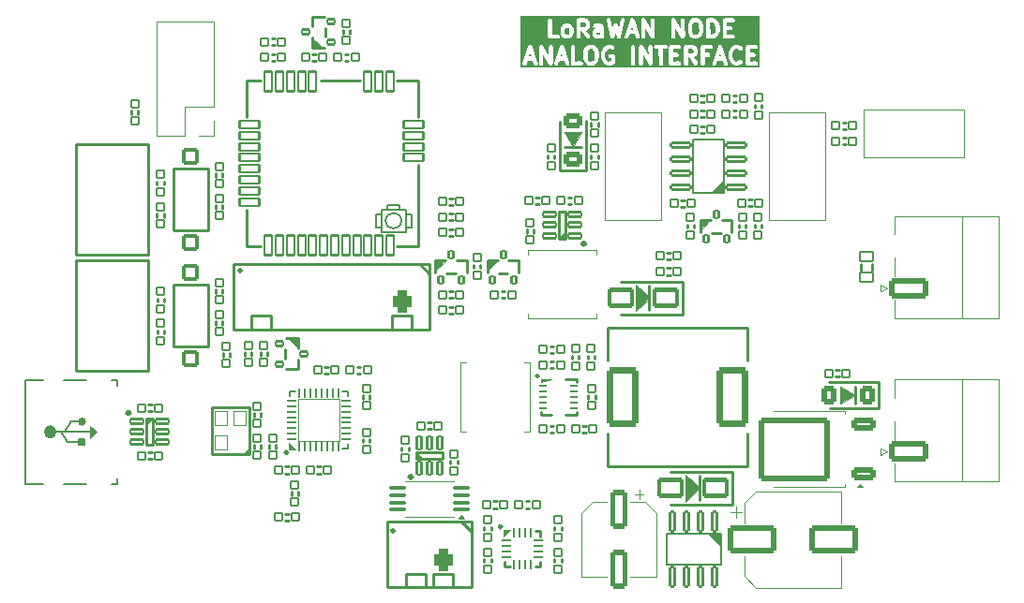
<source format=gto>
G04 #@! TF.GenerationSoftware,KiCad,Pcbnew,8.0.2-8.0.2-0~ubuntu23.10.1*
G04 #@! TF.CreationDate,2024-05-02T10:32:58+07:00*
G04 #@! TF.ProjectId,Node_Analog,4e6f6465-5f41-46e6-916c-6f672e6b6963,rev?*
G04 #@! TF.SameCoordinates,Original*
G04 #@! TF.FileFunction,Legend,Top*
G04 #@! TF.FilePolarity,Positive*
%FSLAX46Y46*%
G04 Gerber Fmt 4.6, Leading zero omitted, Abs format (unit mm)*
G04 Created by KiCad (PCBNEW 8.0.2-8.0.2-0~ubuntu23.10.1) date 2024-05-02 10:32:58*
%MOMM*%
%LPD*%
G01*
G04 APERTURE LIST*
G04 Aperture macros list*
%AMRoundRect*
0 Rectangle with rounded corners*
0 $1 Rounding radius*
0 $2 $3 $4 $5 $6 $7 $8 $9 X,Y pos of 4 corners*
0 Add a 4 corners polygon primitive as box body*
4,1,4,$2,$3,$4,$5,$6,$7,$8,$9,$2,$3,0*
0 Add four circle primitives for the rounded corners*
1,1,$1+$1,$2,$3*
1,1,$1+$1,$4,$5*
1,1,$1+$1,$6,$7*
1,1,$1+$1,$8,$9*
0 Add four rect primitives between the rounded corners*
20,1,$1+$1,$2,$3,$4,$5,0*
20,1,$1+$1,$4,$5,$6,$7,0*
20,1,$1+$1,$6,$7,$8,$9,0*
20,1,$1+$1,$8,$9,$2,$3,0*%
%AMFreePoly0*
4,1,21,-0.125000,1.200000,0.125000,1.200000,0.125000,1.700000,0.375000,1.700000,0.375000,1.200000,0.825000,1.200000,0.825000,-1.200000,0.375000,-1.200000,0.375000,-1.700000,0.125000,-1.700000,0.125000,-1.200000,-0.125000,-1.200000,-0.125000,-1.700000,-0.375000,-1.700000,-0.375000,-1.200000,-0.825000,-1.200000,-0.825000,1.200000,-0.375000,1.200000,-0.375000,1.700000,-0.125000,1.700000,
-0.125000,1.200000,-0.125000,1.200000,$1*%
%AMFreePoly1*
4,1,18,-0.700000,0.540000,-0.695433,0.562961,-0.682426,0.582426,-0.662961,0.595433,-0.640000,0.600000,0.640000,0.600000,0.662961,0.595433,0.682426,0.582426,0.695433,0.562961,0.700000,0.540000,0.700000,-0.540000,0.695433,-0.562961,0.682426,-0.582426,0.662961,-0.595433,0.640000,-0.600000,-0.400000,-0.600000,-0.700000,-0.300000,-0.700000,0.540000,-0.700000,0.540000,$1*%
G04 Aperture macros list end*
%ADD10C,0.375000*%
%ADD11C,0.250000*%
%ADD12C,0.150000*%
%ADD13C,0.100000*%
%ADD14C,0.400000*%
%ADD15C,0.120000*%
%ADD16C,0.300000*%
%ADD17C,0.127000*%
%ADD18C,0.200000*%
%ADD19C,0.575000*%
%ADD20RoundRect,0.085000X-0.365000X0.340000X-0.365000X-0.340000X0.365000X-0.340000X0.365000X0.340000X0*%
%ADD21RoundRect,0.090000X-0.210000X0.885000X-0.210000X-0.885000X0.210000X-0.885000X0.210000X0.885000X0*%
%ADD22RoundRect,0.290000X1.160000X2.410000X-1.160000X2.410000X-1.160000X-2.410000X1.160000X-2.410000X0*%
%ADD23RoundRect,0.090000X-0.560000X-0.210000X0.560000X-0.210000X0.560000X0.210000X-0.560000X0.210000X0*%
%ADD24RoundRect,0.090000X0.210000X-0.360000X0.210000X0.360000X-0.210000X0.360000X-0.210000X-0.360000X0*%
%ADD25C,1.440000*%
%ADD26RoundRect,0.100000X0.637500X0.100000X-0.637500X0.100000X-0.637500X-0.100000X0.637500X-0.100000X0*%
%ADD27RoundRect,0.085000X0.340000X0.365000X-0.340000X0.365000X-0.340000X-0.365000X0.340000X-0.365000X0*%
%ADD28RoundRect,0.085000X0.365000X-0.340000X0.365000X0.340000X-0.365000X0.340000X-0.365000X-0.340000X0*%
%ADD29C,2.000000*%
%ADD30C,2.500000*%
%ADD31RoundRect,0.062500X-0.375000X-0.062500X0.375000X-0.062500X0.375000X0.062500X-0.375000X0.062500X0*%
%ADD32RoundRect,0.062500X-0.062500X-0.375000X0.062500X-0.375000X0.062500X0.375000X-0.062500X0.375000X0*%
%ADD33R,1.600000X1.600000*%
%ADD34RoundRect,0.090000X0.210000X-0.560000X0.210000X0.560000X-0.210000X0.560000X-0.210000X-0.560000X0*%
%ADD35RoundRect,0.085000X-0.340000X-0.365000X0.340000X-0.365000X0.340000X0.365000X-0.340000X0.365000X0*%
%ADD36RoundRect,0.250000X-1.950000X-1.000000X1.950000X-1.000000X1.950000X1.000000X-1.950000X1.000000X0*%
%ADD37RoundRect,0.150000X-0.600000X0.600000X-0.600000X-0.600000X0.600000X-0.600000X0.600000X0.600000X0*%
%ADD38RoundRect,0.425000X-0.425000X0.550000X-0.425000X-0.550000X0.425000X-0.550000X0.425000X0.550000X0*%
%ADD39O,1.700000X1.950000*%
%ADD40R,1.700000X1.700000*%
%ADD41O,1.700000X1.700000*%
%ADD42RoundRect,0.100000X-0.575000X0.400000X-0.575000X-0.400000X0.575000X-0.400000X0.575000X0.400000X0*%
%ADD43RoundRect,0.180000X1.020000X0.720000X-1.020000X0.720000X-1.020000X-0.720000X1.020000X-0.720000X0*%
%ADD44RoundRect,0.250000X1.550000X-0.650000X1.550000X0.650000X-1.550000X0.650000X-1.550000X-0.650000X0*%
%ADD45O,3.600000X1.800000*%
%ADD46RoundRect,0.062500X0.062500X-0.375000X0.062500X0.375000X-0.062500X0.375000X-0.062500X-0.375000X0*%
%ADD47RoundRect,0.062500X0.375000X-0.062500X0.375000X0.062500X-0.375000X0.062500X-0.375000X-0.062500X0*%
%ADD48R,3.450000X3.450000*%
%ADD49RoundRect,0.102000X-0.350000X0.900000X-0.350000X-0.900000X0.350000X-0.900000X0.350000X0.900000X0*%
%ADD50RoundRect,0.102000X-0.900000X-0.350000X0.900000X-0.350000X0.900000X0.350000X-0.900000X0.350000X0*%
%ADD51RoundRect,0.090000X0.885000X0.210000X-0.885000X0.210000X-0.885000X-0.210000X0.885000X-0.210000X0*%
%ADD52C,0.650000*%
%ADD53R,1.300000X0.600000*%
%ADD54R,1.300000X0.300000*%
%ADD55O,2.100000X1.000000*%
%ADD56O,1.600000X1.000000*%
%ADD57RoundRect,0.090000X-0.360000X-0.210000X0.360000X-0.210000X0.360000X0.210000X-0.360000X0.210000X0*%
%ADD58RoundRect,0.090000X0.360000X0.210000X-0.360000X0.210000X-0.360000X-0.210000X0.360000X-0.210000X0*%
%ADD59RoundRect,0.060000X-0.240000X-0.060000X0.240000X-0.060000X0.240000X0.060000X-0.240000X0.060000X0*%
%ADD60FreePoly0,0.000000*%
%ADD61RoundRect,0.090000X0.560000X0.210000X-0.560000X0.210000X-0.560000X-0.210000X0.560000X-0.210000X0*%
%ADD62RoundRect,0.250000X0.400000X0.600000X-0.400000X0.600000X-0.400000X-0.600000X0.400000X-0.600000X0*%
%ADD63RoundRect,0.250000X-0.550000X1.500000X-0.550000X-1.500000X0.550000X-1.500000X0.550000X1.500000X0*%
%ADD64R,5.100000X2.350000*%
%ADD65FreePoly1,90.000000*%
%ADD66RoundRect,0.060000X0.540000X-0.640000X0.540000X0.640000X-0.540000X0.640000X-0.540000X-0.640000X0*%
%ADD67RoundRect,0.250000X0.850000X0.350000X-0.850000X0.350000X-0.850000X-0.350000X0.850000X-0.350000X0*%
%ADD68RoundRect,0.249997X2.950003X2.650003X-2.950003X2.650003X-2.950003X-2.650003X2.950003X-2.650003X0*%
%ADD69RoundRect,0.250000X0.600000X-0.400000X0.600000X0.400000X-0.600000X0.400000X-0.600000X-0.400000X0*%
%ADD70R,2.350000X5.100000*%
%ADD71C,1.500000*%
G04 APERTURE END LIST*
D10*
G36*
X149570610Y-70102857D02*
G01*
X149658940Y-70188559D01*
X149712578Y-70393600D01*
X149715621Y-70846794D01*
X149662507Y-71069525D01*
X149580735Y-71153805D01*
X149502299Y-71194839D01*
X149305088Y-71197044D01*
X149229388Y-71160915D01*
X149141058Y-71075212D01*
X149087421Y-70870172D01*
X149084378Y-70416976D01*
X149137492Y-70194246D01*
X149219263Y-70109968D01*
X149297702Y-70068932D01*
X149494910Y-70066727D01*
X149570610Y-70102857D01*
G37*
G36*
X158571402Y-70103234D02*
G01*
X158601652Y-70131941D01*
X158641658Y-70208411D01*
X158643468Y-70334488D01*
X158607225Y-70410429D01*
X158578518Y-70440679D01*
X158502712Y-70480337D01*
X158331359Y-70481353D01*
X158324507Y-70480144D01*
X158318710Y-70481428D01*
X158156819Y-70482387D01*
X158155848Y-70068293D01*
X158493992Y-70066289D01*
X158571402Y-70103234D01*
G37*
G36*
X143999457Y-70767051D02*
G01*
X143800604Y-70768005D01*
X143899451Y-70469245D01*
X143999457Y-70767051D01*
G37*
G36*
X146856600Y-70767051D02*
G01*
X146657747Y-70768005D01*
X146756594Y-70469245D01*
X146856600Y-70767051D01*
G37*
G36*
X161142315Y-70767051D02*
G01*
X160943462Y-70768005D01*
X161042309Y-70469245D01*
X161142315Y-70767051D01*
G37*
G36*
X147357115Y-68188318D02*
G01*
X147387365Y-68217025D01*
X147427097Y-68292971D01*
X147429728Y-68632712D01*
X147392938Y-68709799D01*
X147364231Y-68740049D01*
X147287759Y-68780056D01*
X147161682Y-68781866D01*
X147085741Y-68745623D01*
X147055491Y-68716916D01*
X147015758Y-68640968D01*
X147013127Y-68301227D01*
X147049917Y-68224141D01*
X147078623Y-68193892D01*
X147155098Y-68153883D01*
X147281171Y-68152073D01*
X147357115Y-68188318D01*
G37*
G36*
X150215122Y-68779854D02*
G01*
X149948297Y-68782296D01*
X149896549Y-68757599D01*
X149872385Y-68711408D01*
X149871277Y-68656259D01*
X149895084Y-68606378D01*
X149940398Y-68582672D01*
X150214247Y-68580166D01*
X150215122Y-68779854D01*
G37*
G36*
X158999182Y-67687941D02*
G01*
X159087512Y-67773643D01*
X159141150Y-67978684D01*
X159144193Y-68431878D01*
X159091079Y-68654609D01*
X159009307Y-68738889D01*
X158930871Y-68779923D01*
X158733660Y-68782128D01*
X158657960Y-68745999D01*
X158569630Y-68660296D01*
X158515993Y-68455256D01*
X158512950Y-68002060D01*
X158566064Y-67779330D01*
X158647835Y-67695052D01*
X158726274Y-67654016D01*
X158923482Y-67651811D01*
X158999182Y-67687941D01*
G37*
G36*
X160438988Y-67698841D02*
G01*
X160529062Y-67786234D01*
X160577815Y-67879425D01*
X160641245Y-68121902D01*
X160643676Y-68291189D01*
X160585940Y-68533303D01*
X160536172Y-68637581D01*
X160445646Y-68730884D01*
X160305694Y-68779679D01*
X160158492Y-68781026D01*
X160155847Y-67652782D01*
X160290349Y-67651551D01*
X160438988Y-67698841D01*
G37*
G36*
X148857115Y-67688318D02*
G01*
X148887365Y-67717025D01*
X148927371Y-67793495D01*
X148929181Y-67919572D01*
X148892938Y-67995513D01*
X148864231Y-68025763D01*
X148788425Y-68065421D01*
X148617072Y-68066437D01*
X148610220Y-68065228D01*
X148604423Y-68066512D01*
X148442532Y-68067471D01*
X148441561Y-67653377D01*
X148779705Y-67651373D01*
X148857115Y-67688318D01*
G37*
G36*
X153213743Y-68352135D02*
G01*
X153014890Y-68353089D01*
X153113737Y-68054329D01*
X153213743Y-68352135D01*
G37*
G36*
X164628540Y-71756886D02*
G01*
X143026473Y-71756886D01*
X143026473Y-71358435D01*
X143213973Y-71358435D01*
X143219158Y-71431409D01*
X143251876Y-71496846D01*
X143307145Y-71544779D01*
X143376549Y-71567913D01*
X143449523Y-71562728D01*
X143514960Y-71530010D01*
X143562893Y-71474741D01*
X143577878Y-71441179D01*
X143677470Y-71140169D01*
X144124034Y-71138026D01*
X144237107Y-71474741D01*
X144285041Y-71530010D01*
X144350477Y-71562728D01*
X144423452Y-71567913D01*
X144492855Y-71544779D01*
X144548124Y-71496846D01*
X144580842Y-71431409D01*
X144586027Y-71358435D01*
X144577878Y-71322593D01*
X144094074Y-69881886D01*
X144712499Y-69881886D01*
X144716102Y-71418465D01*
X144744098Y-71486055D01*
X144795830Y-71537787D01*
X144863420Y-71565783D01*
X144936578Y-71565783D01*
X145004168Y-71537787D01*
X145055900Y-71486055D01*
X145083896Y-71418465D01*
X145087499Y-71381886D01*
X145085622Y-70581765D01*
X145591991Y-71463724D01*
X145601241Y-71486055D01*
X145609627Y-71494441D01*
X145615623Y-71504884D01*
X145635339Y-71520153D01*
X145652973Y-71537787D01*
X145664013Y-71542359D01*
X145673464Y-71549679D01*
X145697528Y-71556242D01*
X145720563Y-71565783D01*
X145732512Y-71565783D01*
X145744047Y-71568929D01*
X145768792Y-71565783D01*
X145793721Y-71565783D01*
X145804762Y-71561209D01*
X145816621Y-71559702D01*
X145838272Y-71547329D01*
X145861311Y-71537787D01*
X145869763Y-71529334D01*
X145880140Y-71523405D01*
X145895409Y-71503688D01*
X145913043Y-71486055D01*
X145917615Y-71475014D01*
X145924935Y-71465564D01*
X145931497Y-71441500D01*
X145941039Y-71418465D01*
X145942881Y-71399757D01*
X145944184Y-71394982D01*
X145943715Y-71391294D01*
X145944642Y-71381886D01*
X145944587Y-71358435D01*
X146071116Y-71358435D01*
X146076301Y-71431409D01*
X146109019Y-71496846D01*
X146164288Y-71544779D01*
X146233692Y-71567913D01*
X146306666Y-71562728D01*
X146372103Y-71530010D01*
X146420036Y-71474741D01*
X146435021Y-71441179D01*
X146534613Y-71140169D01*
X146981177Y-71138026D01*
X147094250Y-71474741D01*
X147142184Y-71530010D01*
X147207620Y-71562728D01*
X147280595Y-71567913D01*
X147349998Y-71544779D01*
X147405267Y-71496846D01*
X147437985Y-71431409D01*
X147443170Y-71358435D01*
X147435021Y-71322593D01*
X146951217Y-69881886D01*
X147569642Y-69881886D01*
X147573245Y-71418465D01*
X147601241Y-71486055D01*
X147652973Y-71537787D01*
X147720563Y-71565783D01*
X147757142Y-71569386D01*
X148508007Y-71565783D01*
X148575597Y-71537787D01*
X148627329Y-71486055D01*
X148655325Y-71418465D01*
X148655325Y-71345307D01*
X148627329Y-71277717D01*
X148575597Y-71225985D01*
X148508007Y-71197989D01*
X148471428Y-71194386D01*
X147944208Y-71196915D01*
X147942297Y-70381886D01*
X148712500Y-70381886D01*
X148715780Y-70870444D01*
X148712722Y-70891000D01*
X148716070Y-70913648D01*
X148716103Y-70918465D01*
X148717160Y-70921016D01*
X148718098Y-70927361D01*
X148787531Y-71192785D01*
X148787531Y-71204180D01*
X148795620Y-71223709D01*
X148801893Y-71247688D01*
X148810192Y-71258890D01*
X148815528Y-71271770D01*
X148838845Y-71300183D01*
X148984597Y-71441597D01*
X148999328Y-71458582D01*
X149007228Y-71463555D01*
X149010117Y-71466358D01*
X149014689Y-71468252D01*
X149030434Y-71478163D01*
X149150792Y-71535605D01*
X149152974Y-71537787D01*
X149171059Y-71545277D01*
X149207620Y-71562727D01*
X149214339Y-71563204D01*
X149220564Y-71565783D01*
X149257143Y-71569386D01*
X149515168Y-71566501D01*
X149519406Y-71567914D01*
X149543778Y-71566181D01*
X149579436Y-71565783D01*
X149585660Y-71563204D01*
X149592380Y-71562727D01*
X149626709Y-71549591D01*
X149770309Y-71474466D01*
X149789884Y-71466358D01*
X149797050Y-71460476D01*
X149800672Y-71458582D01*
X149803914Y-71454843D01*
X149818297Y-71443040D01*
X149945577Y-71311855D01*
X149954552Y-71306471D01*
X149966669Y-71290116D01*
X149984471Y-71271769D01*
X149989805Y-71258890D01*
X149998105Y-71247689D01*
X150010473Y-71213076D01*
X150076429Y-70936494D01*
X150083897Y-70918465D01*
X150086126Y-70895829D01*
X150087278Y-70891001D01*
X150086871Y-70888268D01*
X150087500Y-70881886D01*
X150085102Y-70524743D01*
X150283929Y-70524743D01*
X150286874Y-70729838D01*
X150284151Y-70748143D01*
X150287458Y-70770516D01*
X150287532Y-70775608D01*
X150288589Y-70778159D01*
X150289527Y-70784504D01*
X150360780Y-71056889D01*
X150362016Y-71074267D01*
X150372480Y-71101615D01*
X150373322Y-71104831D01*
X150374127Y-71105917D01*
X150375152Y-71108596D01*
X150450282Y-71252206D01*
X150458386Y-71271769D01*
X150464264Y-71278932D01*
X150466162Y-71282559D01*
X150469904Y-71285804D01*
X150481703Y-71300182D01*
X150607363Y-71422104D01*
X150609020Y-71425418D01*
X150625584Y-71439784D01*
X150652973Y-71466358D01*
X150659198Y-71468936D01*
X150664288Y-71473351D01*
X150697851Y-71488336D01*
X150913543Y-71556957D01*
X150934850Y-71565783D01*
X150944167Y-71566700D01*
X150947978Y-71567913D01*
X150952914Y-71567562D01*
X150971429Y-71569386D01*
X151117256Y-71566457D01*
X151137737Y-71567913D01*
X151146740Y-71565865D01*
X151150865Y-71565783D01*
X151155440Y-71563887D01*
X151173578Y-71559764D01*
X151361183Y-71494355D01*
X151365153Y-71494355D01*
X151386256Y-71485613D01*
X151421427Y-71473351D01*
X151426518Y-71468935D01*
X151432743Y-71466357D01*
X151461155Y-71443040D01*
X151555901Y-71343198D01*
X151583897Y-71275608D01*
X151587500Y-71239029D01*
X151583897Y-70702450D01*
X151555901Y-70634860D01*
X151504169Y-70583128D01*
X151436579Y-70555132D01*
X151400000Y-70551529D01*
X151077707Y-70555132D01*
X151010117Y-70583128D01*
X150958385Y-70634860D01*
X150930389Y-70702450D01*
X150930389Y-70775608D01*
X150958385Y-70843198D01*
X151010117Y-70894930D01*
X151077707Y-70922926D01*
X151114286Y-70926529D01*
X151213751Y-70925417D01*
X151215269Y-71151411D01*
X151090647Y-71194860D01*
X151007233Y-71196535D01*
X150861011Y-71150015D01*
X150770939Y-71062622D01*
X150722185Y-70969430D01*
X150658755Y-70726953D01*
X150656324Y-70557666D01*
X150714060Y-70315551D01*
X150763828Y-70211275D01*
X150854355Y-70117972D01*
X150994664Y-70069052D01*
X151138315Y-70066989D01*
X151279047Y-70134156D01*
X151352022Y-70139343D01*
X151421428Y-70116208D01*
X151476695Y-70068274D01*
X151509413Y-70002839D01*
X151514600Y-69929865D01*
X151498607Y-69881886D01*
X152998214Y-69881886D01*
X153001817Y-71418465D01*
X153029813Y-71486055D01*
X153081545Y-71537787D01*
X153149135Y-71565783D01*
X153222293Y-71565783D01*
X153289883Y-71537787D01*
X153341615Y-71486055D01*
X153369611Y-71418465D01*
X153373214Y-71381886D01*
X153369697Y-69881886D01*
X153712500Y-69881886D01*
X153716103Y-71418465D01*
X153744099Y-71486055D01*
X153795831Y-71537787D01*
X153863421Y-71565783D01*
X153936579Y-71565783D01*
X154004169Y-71537787D01*
X154055901Y-71486055D01*
X154083897Y-71418465D01*
X154087500Y-71381886D01*
X154085623Y-70581765D01*
X154591992Y-71463724D01*
X154601242Y-71486055D01*
X154609628Y-71494441D01*
X154615624Y-71504884D01*
X154635340Y-71520153D01*
X154652974Y-71537787D01*
X154664014Y-71542359D01*
X154673465Y-71549679D01*
X154697529Y-71556242D01*
X154720564Y-71565783D01*
X154732513Y-71565783D01*
X154744048Y-71568929D01*
X154768793Y-71565783D01*
X154793722Y-71565783D01*
X154804763Y-71561209D01*
X154816622Y-71559702D01*
X154838273Y-71547329D01*
X154861312Y-71537787D01*
X154869764Y-71529334D01*
X154880141Y-71523405D01*
X154895410Y-71503688D01*
X154913044Y-71486055D01*
X154917616Y-71475014D01*
X154924936Y-71465564D01*
X154931498Y-71441500D01*
X154941040Y-71418465D01*
X154942882Y-71399757D01*
X154944185Y-71394982D01*
X154943716Y-71391294D01*
X154944643Y-71381886D01*
X154941040Y-69845307D01*
X155073247Y-69845307D01*
X155073247Y-69918465D01*
X155101243Y-69986055D01*
X155152975Y-70037787D01*
X155220565Y-70065783D01*
X155257144Y-70069386D01*
X155498652Y-70068412D01*
X155501818Y-71418465D01*
X155529814Y-71486055D01*
X155581546Y-71537787D01*
X155649136Y-71565783D01*
X155722294Y-71565783D01*
X155789884Y-71537787D01*
X155841616Y-71486055D01*
X155869612Y-71418465D01*
X155873215Y-71381886D01*
X155870131Y-70066914D01*
X156150866Y-70065783D01*
X156218456Y-70037787D01*
X156270188Y-69986055D01*
X156298184Y-69918465D01*
X156298184Y-69881886D01*
X156426786Y-69881886D01*
X156430389Y-71418465D01*
X156458385Y-71486055D01*
X156510117Y-71537787D01*
X156577707Y-71565783D01*
X156614286Y-71569386D01*
X157365151Y-71565783D01*
X157432741Y-71537787D01*
X157484473Y-71486055D01*
X157512469Y-71418465D01*
X157512469Y-71345307D01*
X157484473Y-71277717D01*
X157432741Y-71225985D01*
X157365151Y-71197989D01*
X157328572Y-71194386D01*
X156801352Y-71196915D01*
X156800380Y-70782422D01*
X157150865Y-70780069D01*
X157218455Y-70752073D01*
X157270187Y-70700341D01*
X157298183Y-70632751D01*
X157298183Y-70559593D01*
X157270187Y-70492003D01*
X157218455Y-70440271D01*
X157150865Y-70412275D01*
X157114286Y-70408672D01*
X156799508Y-70410785D01*
X156798706Y-70068501D01*
X157365151Y-70065783D01*
X157432741Y-70037787D01*
X157484473Y-69986055D01*
X157512469Y-69918465D01*
X157512469Y-69881886D01*
X157783929Y-69881886D01*
X157787532Y-71418465D01*
X157815528Y-71486055D01*
X157867260Y-71537787D01*
X157934850Y-71565783D01*
X158008008Y-71565783D01*
X158075598Y-71537787D01*
X158127330Y-71486055D01*
X158155326Y-71418465D01*
X158158929Y-71381886D01*
X158157691Y-70853996D01*
X158230339Y-70853565D01*
X158698894Y-71517311D01*
X158760590Y-71556628D01*
X158832637Y-71569342D01*
X158904063Y-71553517D01*
X158963997Y-71511564D01*
X159003314Y-71449868D01*
X159016028Y-71377821D01*
X159000203Y-71306395D01*
X158982178Y-71274362D01*
X158659958Y-70817911D01*
X158770311Y-70760179D01*
X158789885Y-70752072D01*
X158797052Y-70746190D01*
X158800673Y-70744296D01*
X158803914Y-70740558D01*
X158818298Y-70728755D01*
X158891353Y-70651768D01*
X158905268Y-70639701D01*
X158910119Y-70631993D01*
X158913044Y-70628912D01*
X158914938Y-70624339D01*
X158924849Y-70608595D01*
X158982291Y-70488236D01*
X158984473Y-70486055D01*
X158991963Y-70467969D01*
X159009413Y-70431409D01*
X159009890Y-70424689D01*
X159012469Y-70418465D01*
X159016072Y-70381886D01*
X159013383Y-70194700D01*
X159014600Y-70191051D01*
X159013009Y-70168680D01*
X159012469Y-70131021D01*
X159009890Y-70124796D01*
X159009413Y-70118077D01*
X158996277Y-70083748D01*
X158921150Y-69940144D01*
X158913043Y-69920572D01*
X158907162Y-69913407D01*
X158905268Y-69909785D01*
X158901528Y-69906541D01*
X158889725Y-69892159D01*
X158878899Y-69881886D01*
X159283929Y-69881886D01*
X159287532Y-71418465D01*
X159315528Y-71486055D01*
X159367260Y-71537787D01*
X159434850Y-71565783D01*
X159508008Y-71565783D01*
X159575598Y-71537787D01*
X159627330Y-71486055D01*
X159655326Y-71418465D01*
X159658929Y-71381886D01*
X159658874Y-71358435D01*
X160356831Y-71358435D01*
X160362016Y-71431409D01*
X160394734Y-71496846D01*
X160450003Y-71544779D01*
X160519407Y-71567913D01*
X160592381Y-71562728D01*
X160657818Y-71530010D01*
X160705751Y-71474741D01*
X160720736Y-71441179D01*
X160820328Y-71140169D01*
X161266892Y-71138026D01*
X161379965Y-71474741D01*
X161427899Y-71530010D01*
X161493335Y-71562728D01*
X161566310Y-71567913D01*
X161635713Y-71544779D01*
X161690982Y-71496846D01*
X161723700Y-71431409D01*
X161728885Y-71358435D01*
X161720736Y-71322593D01*
X161452810Y-70524743D01*
X161783929Y-70524743D01*
X161786874Y-70729838D01*
X161784151Y-70748143D01*
X161787458Y-70770516D01*
X161787532Y-70775608D01*
X161788589Y-70778159D01*
X161789527Y-70784504D01*
X161860780Y-71056889D01*
X161862016Y-71074267D01*
X161872480Y-71101615D01*
X161873322Y-71104831D01*
X161874127Y-71105917D01*
X161875152Y-71108596D01*
X161950282Y-71252206D01*
X161958386Y-71271769D01*
X161964264Y-71278932D01*
X161966162Y-71282559D01*
X161969904Y-71285804D01*
X161981703Y-71300182D01*
X162107363Y-71422104D01*
X162109020Y-71425418D01*
X162125584Y-71439784D01*
X162152973Y-71466358D01*
X162159198Y-71468936D01*
X162164288Y-71473351D01*
X162197851Y-71488336D01*
X162413543Y-71556957D01*
X162434850Y-71565783D01*
X162444167Y-71566700D01*
X162447978Y-71567913D01*
X162452914Y-71567562D01*
X162471429Y-71569386D01*
X162617256Y-71566457D01*
X162637737Y-71567913D01*
X162646740Y-71565865D01*
X162650865Y-71565783D01*
X162655440Y-71563887D01*
X162673578Y-71559764D01*
X162861183Y-71494355D01*
X162865153Y-71494355D01*
X162886256Y-71485613D01*
X162921427Y-71473351D01*
X162926518Y-71468935D01*
X162932743Y-71466357D01*
X162961155Y-71443040D01*
X163055901Y-71343198D01*
X163083897Y-71275608D01*
X163083897Y-71202448D01*
X163055899Y-71134858D01*
X163004168Y-71083128D01*
X162936579Y-71055132D01*
X162863419Y-71055132D01*
X162795829Y-71083130D01*
X162767416Y-71106448D01*
X162729435Y-71146471D01*
X162590647Y-71194860D01*
X162507233Y-71196535D01*
X162361011Y-71150015D01*
X162270939Y-71062622D01*
X162222185Y-70969430D01*
X162158755Y-70726953D01*
X162156324Y-70557666D01*
X162214060Y-70315551D01*
X162263828Y-70211275D01*
X162354355Y-70117972D01*
X162495068Y-70068911D01*
X162578480Y-70067236D01*
X162725671Y-70114065D01*
X162795830Y-70180643D01*
X162863420Y-70208640D01*
X162936580Y-70208640D01*
X163004169Y-70180643D01*
X163055900Y-70128912D01*
X163083897Y-70061323D01*
X163083897Y-69988163D01*
X163055900Y-69920573D01*
X163032582Y-69892160D01*
X163021755Y-69881886D01*
X163355357Y-69881886D01*
X163358960Y-71418465D01*
X163386956Y-71486055D01*
X163438688Y-71537787D01*
X163506278Y-71565783D01*
X163542857Y-71569386D01*
X164293722Y-71565783D01*
X164361312Y-71537787D01*
X164413044Y-71486055D01*
X164441040Y-71418465D01*
X164441040Y-71345307D01*
X164413044Y-71277717D01*
X164361312Y-71225985D01*
X164293722Y-71197989D01*
X164257143Y-71194386D01*
X163729923Y-71196915D01*
X163728951Y-70782422D01*
X164079436Y-70780069D01*
X164147026Y-70752073D01*
X164198758Y-70700341D01*
X164226754Y-70632751D01*
X164226754Y-70559593D01*
X164198758Y-70492003D01*
X164147026Y-70440271D01*
X164079436Y-70412275D01*
X164042857Y-70408672D01*
X163728079Y-70410785D01*
X163727277Y-70068501D01*
X164293722Y-70065783D01*
X164361312Y-70037787D01*
X164413044Y-69986055D01*
X164441040Y-69918465D01*
X164441040Y-69845307D01*
X164413044Y-69777717D01*
X164361312Y-69725985D01*
X164293722Y-69697989D01*
X164257143Y-69694386D01*
X163506278Y-69697989D01*
X163438688Y-69725985D01*
X163386956Y-69777717D01*
X163358960Y-69845307D01*
X163355357Y-69881886D01*
X163021755Y-69881886D01*
X162977426Y-69839819D01*
X162976695Y-69838356D01*
X162967278Y-69830189D01*
X162932742Y-69797415D01*
X162926516Y-69794836D01*
X162921427Y-69790422D01*
X162887865Y-69775437D01*
X162672169Y-69706813D01*
X162650865Y-69697989D01*
X162641548Y-69697071D01*
X162637738Y-69695859D01*
X162632801Y-69696209D01*
X162614286Y-69694386D01*
X162468457Y-69697314D01*
X162447977Y-69695859D01*
X162438972Y-69697906D01*
X162434850Y-69697989D01*
X162430275Y-69699883D01*
X162412136Y-69704008D01*
X162224531Y-69769418D01*
X162220563Y-69769418D01*
X162199463Y-69778157D01*
X162164288Y-69790422D01*
X162159197Y-69794836D01*
X162152973Y-69797415D01*
X162124560Y-69820733D01*
X161983146Y-69966482D01*
X161966162Y-69981213D01*
X161961188Y-69989113D01*
X161958386Y-69992002D01*
X161956491Y-69996574D01*
X161946581Y-70012319D01*
X161882542Y-70146496D01*
X161873322Y-70158941D01*
X161863550Y-70186290D01*
X161862016Y-70189505D01*
X161861920Y-70190852D01*
X161860955Y-70193554D01*
X161794999Y-70470134D01*
X161787532Y-70488164D01*
X161785302Y-70510801D01*
X161784151Y-70515629D01*
X161784557Y-70518361D01*
X161783929Y-70524743D01*
X161452810Y-70524743D01*
X161224611Y-69845196D01*
X161223700Y-69832363D01*
X161213352Y-69811668D01*
X161205751Y-69789031D01*
X161196974Y-69778911D01*
X161190982Y-69766926D01*
X161173221Y-69751522D01*
X161157818Y-69733762D01*
X161145832Y-69727769D01*
X161135713Y-69718993D01*
X161113412Y-69711559D01*
X161092381Y-69701044D01*
X161079016Y-69700094D01*
X161066310Y-69695859D01*
X161042858Y-69697525D01*
X161019407Y-69695859D01*
X161006700Y-69700094D01*
X160993335Y-69701044D01*
X160972303Y-69711559D01*
X160950003Y-69718993D01*
X160939882Y-69727770D01*
X160927899Y-69733762D01*
X160912497Y-69751520D01*
X160894734Y-69766926D01*
X160888741Y-69778911D01*
X160879965Y-69789031D01*
X160864980Y-69822593D01*
X160507551Y-70902894D01*
X160501818Y-70916736D01*
X160501818Y-70920222D01*
X160356831Y-71358435D01*
X159658874Y-71358435D01*
X159657523Y-70782422D01*
X160008008Y-70780069D01*
X160075598Y-70752073D01*
X160127330Y-70700341D01*
X160155326Y-70632751D01*
X160155326Y-70559593D01*
X160127330Y-70492003D01*
X160075598Y-70440271D01*
X160008008Y-70412275D01*
X159971429Y-70408672D01*
X159656651Y-70410785D01*
X159655849Y-70068501D01*
X160222294Y-70065783D01*
X160289884Y-70037787D01*
X160341616Y-69986055D01*
X160369612Y-69918465D01*
X160369612Y-69845307D01*
X160341616Y-69777717D01*
X160289884Y-69725985D01*
X160222294Y-69697989D01*
X160185715Y-69694386D01*
X159434850Y-69697989D01*
X159367260Y-69725985D01*
X159315528Y-69777717D01*
X159287532Y-69845307D01*
X159283929Y-69881886D01*
X158878899Y-69881886D01*
X158812744Y-69819108D01*
X158800674Y-69805191D01*
X158792963Y-69800337D01*
X158789883Y-69797414D01*
X158785311Y-69795520D01*
X158769568Y-69785610D01*
X158649208Y-69728166D01*
X158647027Y-69725985D01*
X158628946Y-69718495D01*
X158592382Y-69701045D01*
X158585661Y-69700567D01*
X158579437Y-69697989D01*
X158542858Y-69694386D01*
X157934850Y-69697989D01*
X157867260Y-69725985D01*
X157815528Y-69777717D01*
X157787532Y-69845307D01*
X157783929Y-69881886D01*
X157512469Y-69881886D01*
X157512469Y-69845307D01*
X157484473Y-69777717D01*
X157432741Y-69725985D01*
X157365151Y-69697989D01*
X157328572Y-69694386D01*
X156577707Y-69697989D01*
X156510117Y-69725985D01*
X156458385Y-69777717D01*
X156430389Y-69845307D01*
X156426786Y-69881886D01*
X156298184Y-69881886D01*
X156298184Y-69845307D01*
X156270188Y-69777717D01*
X156218456Y-69725985D01*
X156150866Y-69697989D01*
X156114287Y-69694386D01*
X155220565Y-69697989D01*
X155152975Y-69725985D01*
X155101243Y-69777717D01*
X155073247Y-69845307D01*
X154941040Y-69845307D01*
X154913044Y-69777717D01*
X154861312Y-69725985D01*
X154793722Y-69697989D01*
X154720564Y-69697989D01*
X154652974Y-69725985D01*
X154601242Y-69777717D01*
X154573246Y-69845307D01*
X154569643Y-69881886D01*
X154571519Y-70682006D01*
X154065150Y-69800047D01*
X154055901Y-69777717D01*
X154047514Y-69769330D01*
X154041519Y-69758888D01*
X154021802Y-69743618D01*
X154004169Y-69725985D01*
X153993128Y-69721412D01*
X153983678Y-69714093D01*
X153959615Y-69707530D01*
X153936579Y-69697989D01*
X153924627Y-69697989D01*
X153913095Y-69694844D01*
X153888356Y-69697989D01*
X153863421Y-69697989D01*
X153852379Y-69702562D01*
X153840521Y-69704070D01*
X153818869Y-69716442D01*
X153795831Y-69725985D01*
X153787378Y-69734437D01*
X153777002Y-69740367D01*
X153761732Y-69760083D01*
X153744099Y-69777717D01*
X153739526Y-69788757D01*
X153732207Y-69798208D01*
X153725644Y-69822270D01*
X153716103Y-69845307D01*
X153714260Y-69864016D01*
X153712958Y-69868791D01*
X153713426Y-69872477D01*
X153712500Y-69881886D01*
X153369697Y-69881886D01*
X153369611Y-69845307D01*
X153341615Y-69777717D01*
X153289883Y-69725985D01*
X153222293Y-69697989D01*
X153149135Y-69697989D01*
X153081545Y-69725985D01*
X153029813Y-69777717D01*
X153001817Y-69845307D01*
X152998214Y-69881886D01*
X151498607Y-69881886D01*
X151491465Y-69860459D01*
X151443531Y-69805191D01*
X151412425Y-69785610D01*
X151292065Y-69728166D01*
X151289884Y-69725985D01*
X151271803Y-69718495D01*
X151235239Y-69701045D01*
X151228518Y-69700567D01*
X151222294Y-69697989D01*
X151185715Y-69694386D01*
X150970707Y-69697474D01*
X150947977Y-69695859D01*
X150938862Y-69697931D01*
X150934850Y-69697989D01*
X150930275Y-69699883D01*
X150912136Y-69704008D01*
X150724531Y-69769418D01*
X150720563Y-69769418D01*
X150699463Y-69778157D01*
X150664288Y-69790422D01*
X150659197Y-69794836D01*
X150652973Y-69797415D01*
X150624560Y-69820733D01*
X150483146Y-69966482D01*
X150466162Y-69981213D01*
X150461188Y-69989113D01*
X150458386Y-69992002D01*
X150456491Y-69996574D01*
X150446581Y-70012319D01*
X150382542Y-70146496D01*
X150373322Y-70158941D01*
X150363550Y-70186290D01*
X150362016Y-70189505D01*
X150361920Y-70190852D01*
X150360955Y-70193554D01*
X150294999Y-70470134D01*
X150287532Y-70488164D01*
X150285302Y-70510801D01*
X150284151Y-70515629D01*
X150284557Y-70518361D01*
X150283929Y-70524743D01*
X150085102Y-70524743D01*
X150084219Y-70393326D01*
X150087278Y-70372771D01*
X150083929Y-70350122D01*
X150083897Y-70345307D01*
X150082840Y-70342755D01*
X150081902Y-70336410D01*
X150012468Y-70070987D01*
X150012468Y-70059592D01*
X150004377Y-70040059D01*
X149998105Y-70016083D01*
X149989806Y-70004882D01*
X149984471Y-69992002D01*
X149961153Y-69963589D01*
X149815403Y-69822175D01*
X149800673Y-69805191D01*
X149792772Y-69800217D01*
X149789884Y-69797415D01*
X149785311Y-69795520D01*
X149769567Y-69785610D01*
X149649207Y-69728166D01*
X149647026Y-69725985D01*
X149628945Y-69718495D01*
X149592381Y-69701045D01*
X149585660Y-69700567D01*
X149579436Y-69697989D01*
X149542857Y-69694386D01*
X149284830Y-69697270D01*
X149280593Y-69695858D01*
X149256220Y-69697590D01*
X149220564Y-69697989D01*
X149214339Y-69700567D01*
X149207618Y-69701045D01*
X149173290Y-69714181D01*
X149029679Y-69789311D01*
X149010117Y-69797415D01*
X149002953Y-69803293D01*
X148999327Y-69805191D01*
X148996081Y-69808933D01*
X148981704Y-69820732D01*
X148854420Y-69951917D01*
X148845446Y-69957302D01*
X148833330Y-69973653D01*
X148815528Y-69992002D01*
X148810192Y-70004882D01*
X148801893Y-70016084D01*
X148789526Y-70050697D01*
X148723570Y-70327277D01*
X148716103Y-70345307D01*
X148713873Y-70367944D01*
X148712722Y-70372772D01*
X148713128Y-70375504D01*
X148712500Y-70381886D01*
X147942297Y-70381886D01*
X147941039Y-69845307D01*
X147913043Y-69777717D01*
X147861311Y-69725985D01*
X147793721Y-69697989D01*
X147720563Y-69697989D01*
X147652973Y-69725985D01*
X147601241Y-69777717D01*
X147573245Y-69845307D01*
X147569642Y-69881886D01*
X146951217Y-69881886D01*
X146938896Y-69845196D01*
X146937985Y-69832363D01*
X146927637Y-69811668D01*
X146920036Y-69789031D01*
X146911259Y-69778911D01*
X146905267Y-69766926D01*
X146887506Y-69751522D01*
X146872103Y-69733762D01*
X146860117Y-69727769D01*
X146849998Y-69718993D01*
X146827697Y-69711559D01*
X146806666Y-69701044D01*
X146793301Y-69700094D01*
X146780595Y-69695859D01*
X146757143Y-69697525D01*
X146733692Y-69695859D01*
X146720985Y-69700094D01*
X146707620Y-69701044D01*
X146686588Y-69711559D01*
X146664288Y-69718993D01*
X146654167Y-69727770D01*
X146642184Y-69733762D01*
X146626782Y-69751520D01*
X146609019Y-69766926D01*
X146603026Y-69778911D01*
X146594250Y-69789031D01*
X146579265Y-69822593D01*
X146221836Y-70902894D01*
X146216103Y-70916736D01*
X146216103Y-70920222D01*
X146071116Y-71358435D01*
X145944587Y-71358435D01*
X145941039Y-69845307D01*
X145913043Y-69777717D01*
X145861311Y-69725985D01*
X145793721Y-69697989D01*
X145720563Y-69697989D01*
X145652973Y-69725985D01*
X145601241Y-69777717D01*
X145573245Y-69845307D01*
X145569642Y-69881886D01*
X145571518Y-70682006D01*
X145065149Y-69800047D01*
X145055900Y-69777717D01*
X145047513Y-69769330D01*
X145041518Y-69758888D01*
X145021801Y-69743618D01*
X145004168Y-69725985D01*
X144993127Y-69721412D01*
X144983677Y-69714093D01*
X144959614Y-69707530D01*
X144936578Y-69697989D01*
X144924626Y-69697989D01*
X144913094Y-69694844D01*
X144888355Y-69697989D01*
X144863420Y-69697989D01*
X144852378Y-69702562D01*
X144840520Y-69704070D01*
X144818868Y-69716442D01*
X144795830Y-69725985D01*
X144787377Y-69734437D01*
X144777001Y-69740367D01*
X144761731Y-69760083D01*
X144744098Y-69777717D01*
X144739525Y-69788757D01*
X144732206Y-69798208D01*
X144725643Y-69822270D01*
X144716102Y-69845307D01*
X144714259Y-69864016D01*
X144712957Y-69868791D01*
X144713425Y-69872477D01*
X144712499Y-69881886D01*
X144094074Y-69881886D01*
X144081753Y-69845196D01*
X144080842Y-69832363D01*
X144070494Y-69811668D01*
X144062893Y-69789031D01*
X144054116Y-69778911D01*
X144048124Y-69766926D01*
X144030363Y-69751522D01*
X144014960Y-69733762D01*
X144002974Y-69727769D01*
X143992855Y-69718993D01*
X143970554Y-69711559D01*
X143949523Y-69701044D01*
X143936158Y-69700094D01*
X143923452Y-69695859D01*
X143900000Y-69697525D01*
X143876549Y-69695859D01*
X143863842Y-69700094D01*
X143850477Y-69701044D01*
X143829445Y-69711559D01*
X143807145Y-69718993D01*
X143797024Y-69727770D01*
X143785041Y-69733762D01*
X143769639Y-69751520D01*
X143751876Y-69766926D01*
X143745883Y-69778911D01*
X143737107Y-69789031D01*
X143722122Y-69822593D01*
X143364693Y-70902894D01*
X143358960Y-70916736D01*
X143358960Y-70920222D01*
X143213973Y-71358435D01*
X143026473Y-71358435D01*
X143026473Y-67466970D01*
X145498213Y-67466970D01*
X145501816Y-69003549D01*
X145529812Y-69071139D01*
X145581544Y-69122871D01*
X145649134Y-69150867D01*
X145685713Y-69154470D01*
X146436578Y-69150867D01*
X146504168Y-69122871D01*
X146555900Y-69071139D01*
X146583896Y-69003549D01*
X146583896Y-68930391D01*
X146555900Y-68862801D01*
X146504168Y-68811069D01*
X146436578Y-68783073D01*
X146399999Y-68779470D01*
X145872779Y-68781999D01*
X145871538Y-68252684D01*
X146641071Y-68252684D01*
X146644171Y-68652920D01*
X146642543Y-68657805D01*
X146644412Y-68684110D01*
X146644674Y-68717835D01*
X146647252Y-68724059D01*
X146647730Y-68730779D01*
X146660866Y-68765108D01*
X146735991Y-68908709D01*
X146744099Y-68928283D01*
X146749980Y-68935450D01*
X146751875Y-68939071D01*
X146755612Y-68942312D01*
X146767416Y-68956696D01*
X146844402Y-69029751D01*
X146856470Y-69043666D01*
X146864177Y-69048517D01*
X146867259Y-69051442D01*
X146871831Y-69053336D01*
X146887576Y-69063247D01*
X147007934Y-69120689D01*
X147010116Y-69122871D01*
X147028201Y-69130361D01*
X147064762Y-69147811D01*
X147071481Y-69148288D01*
X147077706Y-69150867D01*
X147114285Y-69154470D01*
X147301470Y-69151781D01*
X147305120Y-69152998D01*
X147327490Y-69151407D01*
X147365150Y-69150867D01*
X147371374Y-69148288D01*
X147378094Y-69147811D01*
X147412423Y-69134675D01*
X147556024Y-69059549D01*
X147575598Y-69051442D01*
X147582765Y-69045560D01*
X147586386Y-69043666D01*
X147589627Y-69039928D01*
X147604011Y-69028125D01*
X147677066Y-68951138D01*
X147690981Y-68939071D01*
X147695832Y-68931363D01*
X147698757Y-68928282D01*
X147700651Y-68923709D01*
X147710562Y-68907965D01*
X147768004Y-68787606D01*
X147770186Y-68785425D01*
X147777676Y-68767339D01*
X147795126Y-68730779D01*
X147795603Y-68724059D01*
X147798182Y-68717835D01*
X147801785Y-68681256D01*
X147798684Y-68281019D01*
X147800313Y-68276135D01*
X147798443Y-68249829D01*
X147798182Y-68216105D01*
X147795603Y-68209880D01*
X147795126Y-68203161D01*
X147781990Y-68168832D01*
X147706863Y-68025228D01*
X147698756Y-68005656D01*
X147692875Y-67998491D01*
X147690981Y-67994869D01*
X147687241Y-67991625D01*
X147675438Y-67977243D01*
X147598457Y-67904192D01*
X147586387Y-67890275D01*
X147578676Y-67885421D01*
X147575596Y-67882498D01*
X147571024Y-67880604D01*
X147555281Y-67870694D01*
X147434921Y-67813250D01*
X147432740Y-67811069D01*
X147414659Y-67803579D01*
X147378095Y-67786129D01*
X147371374Y-67785651D01*
X147365150Y-67783073D01*
X147328571Y-67779470D01*
X147141384Y-67782158D01*
X147137735Y-67780942D01*
X147115363Y-67782532D01*
X147077706Y-67783073D01*
X147071481Y-67785651D01*
X147064760Y-67786129D01*
X147030432Y-67799265D01*
X146886828Y-67874392D01*
X146867259Y-67882498D01*
X146860092Y-67888379D01*
X146856469Y-67890275D01*
X146853224Y-67894015D01*
X146838846Y-67905816D01*
X146765788Y-67982800D01*
X146751875Y-67994869D01*
X146747024Y-68002573D01*
X146744100Y-68005656D01*
X146742205Y-68010230D01*
X146732294Y-68025975D01*
X146674851Y-68146333D01*
X146672670Y-68148515D01*
X146665179Y-68166600D01*
X146647730Y-68203161D01*
X146647252Y-68209880D01*
X146644674Y-68216105D01*
X146641071Y-68252684D01*
X145871538Y-68252684D01*
X145869696Y-67466970D01*
X148069642Y-67466970D01*
X148073245Y-69003549D01*
X148101241Y-69071139D01*
X148152973Y-69122871D01*
X148220563Y-69150867D01*
X148293721Y-69150867D01*
X148361311Y-69122871D01*
X148413043Y-69071139D01*
X148441039Y-69003549D01*
X148444642Y-68966970D01*
X148443404Y-68439080D01*
X148516052Y-68438649D01*
X148984607Y-69102395D01*
X149046303Y-69141712D01*
X149118350Y-69154426D01*
X149189776Y-69138601D01*
X149249710Y-69096648D01*
X149289027Y-69034952D01*
X149301741Y-68962905D01*
X149285916Y-68891479D01*
X149267891Y-68859446D01*
X149091679Y-68609827D01*
X149498214Y-68609827D01*
X149500559Y-68726613D01*
X149499686Y-68729232D01*
X149500976Y-68747381D01*
X149501817Y-68789263D01*
X149504395Y-68795488D01*
X149504873Y-68802207D01*
X149518008Y-68836536D01*
X149588619Y-68971509D01*
X149594250Y-68988399D01*
X149602328Y-68997713D01*
X149609018Y-69010500D01*
X149626779Y-69025904D01*
X149642184Y-69043666D01*
X149660689Y-69055315D01*
X149664285Y-69058434D01*
X149667171Y-69059396D01*
X149673290Y-69063248D01*
X149793651Y-69120691D01*
X149795831Y-69122871D01*
X149813898Y-69130354D01*
X149850477Y-69147812D01*
X149857198Y-69148289D01*
X149863421Y-69150867D01*
X149900000Y-69154470D01*
X150229072Y-69151458D01*
X150233690Y-69152998D01*
X150259230Y-69151182D01*
X150293721Y-69150867D01*
X150299946Y-69148288D01*
X150306665Y-69147811D01*
X150332332Y-69137990D01*
X150363421Y-69150867D01*
X150436579Y-69150867D01*
X150504169Y-69122871D01*
X150555901Y-69071139D01*
X150583897Y-69003549D01*
X150587500Y-68966970D01*
X150584802Y-68351241D01*
X150586028Y-68347564D01*
X150584704Y-68328942D01*
X150584184Y-68210237D01*
X150586028Y-68204706D01*
X150584037Y-68176699D01*
X150583897Y-68144677D01*
X150581318Y-68138452D01*
X150580841Y-68131731D01*
X150567705Y-68097403D01*
X150497092Y-67962430D01*
X150491464Y-67945543D01*
X150483385Y-67936228D01*
X150476695Y-67923440D01*
X150458934Y-67908035D01*
X150443530Y-67890275D01*
X150425023Y-67878625D01*
X150421427Y-67875506D01*
X150418538Y-67874543D01*
X150412424Y-67870694D01*
X150292064Y-67813250D01*
X150289883Y-67811069D01*
X150271802Y-67803579D01*
X150235238Y-67786129D01*
X150228517Y-67785651D01*
X150222293Y-67783073D01*
X150185714Y-67779470D01*
X149927687Y-67782354D01*
X149923450Y-67780942D01*
X149899077Y-67782674D01*
X149863421Y-67783073D01*
X149857196Y-67785651D01*
X149850476Y-67786129D01*
X149816147Y-67799265D01*
X149642184Y-67890275D01*
X149594249Y-67945543D01*
X149571114Y-68014948D01*
X149576301Y-68087923D01*
X149609018Y-68153357D01*
X149664286Y-68201292D01*
X149733691Y-68224427D01*
X149806666Y-68219240D01*
X149840995Y-68206104D01*
X149940558Y-68154016D01*
X150137767Y-68151811D01*
X150189163Y-68176341D01*
X150205992Y-68208510D01*
X149928070Y-68211053D01*
X149923452Y-68209514D01*
X149897906Y-68211329D01*
X149863421Y-68211645D01*
X149857198Y-68214222D01*
X149850477Y-68214700D01*
X149816149Y-68227836D01*
X149681178Y-68298445D01*
X149664285Y-68304077D01*
X149654967Y-68312158D01*
X149642184Y-68318846D01*
X149626780Y-68336606D01*
X149609018Y-68352012D01*
X149597370Y-68370515D01*
X149594250Y-68374113D01*
X149593286Y-68377002D01*
X149589437Y-68383118D01*
X149531994Y-68503476D01*
X149529813Y-68505658D01*
X149522322Y-68523743D01*
X149504873Y-68560304D01*
X149504395Y-68567023D01*
X149501817Y-68573248D01*
X149498214Y-68609827D01*
X149091679Y-68609827D01*
X148945671Y-68402995D01*
X149056024Y-68345263D01*
X149075598Y-68337156D01*
X149082765Y-68331274D01*
X149086386Y-68329380D01*
X149089627Y-68325642D01*
X149104011Y-68313839D01*
X149177066Y-68236852D01*
X149190981Y-68224785D01*
X149195832Y-68217077D01*
X149198757Y-68213996D01*
X149200651Y-68209423D01*
X149210562Y-68193679D01*
X149268004Y-68073320D01*
X149270186Y-68071139D01*
X149277676Y-68053053D01*
X149295126Y-68016493D01*
X149295603Y-68009773D01*
X149298182Y-68003549D01*
X149301785Y-67966970D01*
X149299096Y-67779784D01*
X149300313Y-67776135D01*
X149298722Y-67753764D01*
X149298182Y-67716105D01*
X149295603Y-67709880D01*
X149295126Y-67703161D01*
X149281990Y-67668832D01*
X149206863Y-67525228D01*
X149198756Y-67505656D01*
X149192875Y-67498491D01*
X149190981Y-67494869D01*
X149187241Y-67491625D01*
X149175438Y-67477243D01*
X149171999Y-67473980D01*
X150784059Y-67473980D01*
X150789027Y-67510399D01*
X151147641Y-69001468D01*
X151151094Y-69027452D01*
X151155878Y-69035716D01*
X151158147Y-69045149D01*
X151174107Y-69067204D01*
X151187749Y-69090767D01*
X151195394Y-69096618D01*
X151201037Y-69104416D01*
X151224222Y-69118683D01*
X151245844Y-69135233D01*
X151255146Y-69137713D01*
X151263345Y-69142759D01*
X151290227Y-69147068D01*
X151316532Y-69154083D01*
X151326074Y-69152815D01*
X151335581Y-69154339D01*
X151362068Y-69148032D01*
X151389053Y-69144447D01*
X151397383Y-69139624D01*
X151406750Y-69137394D01*
X151428805Y-69121433D01*
X151452368Y-69107792D01*
X151458219Y-69100146D01*
X151466017Y-69094504D01*
X151480284Y-69071318D01*
X151496834Y-69049697D01*
X151501894Y-69036202D01*
X151504360Y-69032196D01*
X151505078Y-69027711D01*
X151509740Y-69015282D01*
X151614748Y-68616467D01*
X151720120Y-69006678D01*
X151724211Y-69032196D01*
X151729200Y-69040304D01*
X151731737Y-69049697D01*
X151748283Y-69071314D01*
X151762554Y-69094504D01*
X151770354Y-69100149D01*
X151776204Y-69107791D01*
X151799759Y-69121428D01*
X151821821Y-69137394D01*
X151831187Y-69139624D01*
X151839518Y-69144447D01*
X151866498Y-69148031D01*
X151892990Y-69154339D01*
X151902499Y-69152814D01*
X151912040Y-69154082D01*
X151938336Y-69147069D01*
X151965226Y-69142759D01*
X151973427Y-69137711D01*
X151982727Y-69135232D01*
X152004341Y-69118687D01*
X152027534Y-69104416D01*
X152033178Y-69096616D01*
X152040822Y-69090766D01*
X152054460Y-69067208D01*
X152070424Y-69045149D01*
X152075121Y-69031519D01*
X152077477Y-69027451D01*
X152078074Y-69022950D01*
X152082401Y-69010399D01*
X152098164Y-68943519D01*
X152428259Y-68943519D01*
X152433444Y-69016493D01*
X152466162Y-69081930D01*
X152521431Y-69129863D01*
X152590835Y-69152997D01*
X152663809Y-69147812D01*
X152729246Y-69115094D01*
X152777179Y-69059825D01*
X152792164Y-69026263D01*
X152891756Y-68725253D01*
X153338320Y-68723110D01*
X153451393Y-69059825D01*
X153499327Y-69115094D01*
X153564763Y-69147812D01*
X153637738Y-69152997D01*
X153707141Y-69129863D01*
X153762410Y-69081930D01*
X153795128Y-69016493D01*
X153800313Y-68943519D01*
X153792164Y-68907677D01*
X153308360Y-67466970D01*
X153926785Y-67466970D01*
X153930388Y-69003549D01*
X153958384Y-69071139D01*
X154010116Y-69122871D01*
X154077706Y-69150867D01*
X154150864Y-69150867D01*
X154218454Y-69122871D01*
X154270186Y-69071139D01*
X154298182Y-69003549D01*
X154301785Y-68966970D01*
X154299908Y-68166849D01*
X154806277Y-69048808D01*
X154815527Y-69071139D01*
X154823913Y-69079525D01*
X154829909Y-69089968D01*
X154849625Y-69105237D01*
X154867259Y-69122871D01*
X154878299Y-69127443D01*
X154887750Y-69134763D01*
X154911814Y-69141326D01*
X154934849Y-69150867D01*
X154946798Y-69150867D01*
X154958333Y-69154013D01*
X154983078Y-69150867D01*
X155008007Y-69150867D01*
X155019048Y-69146293D01*
X155030907Y-69144786D01*
X155052558Y-69132413D01*
X155075597Y-69122871D01*
X155084049Y-69114418D01*
X155094426Y-69108489D01*
X155109695Y-69088772D01*
X155127329Y-69071139D01*
X155131901Y-69060098D01*
X155139221Y-69050648D01*
X155145783Y-69026584D01*
X155155325Y-69003549D01*
X155157167Y-68984841D01*
X155158470Y-68980066D01*
X155158001Y-68976378D01*
X155158928Y-68966970D01*
X155155411Y-67466970D01*
X156641071Y-67466970D01*
X156644674Y-69003549D01*
X156672670Y-69071139D01*
X156724402Y-69122871D01*
X156791992Y-69150867D01*
X156865150Y-69150867D01*
X156932740Y-69122871D01*
X156984472Y-69071139D01*
X157012468Y-69003549D01*
X157016071Y-68966970D01*
X157014194Y-68166849D01*
X157520563Y-69048808D01*
X157529813Y-69071139D01*
X157538199Y-69079525D01*
X157544195Y-69089968D01*
X157563911Y-69105237D01*
X157581545Y-69122871D01*
X157592585Y-69127443D01*
X157602036Y-69134763D01*
X157626100Y-69141326D01*
X157649135Y-69150867D01*
X157661084Y-69150867D01*
X157672619Y-69154013D01*
X157697364Y-69150867D01*
X157722293Y-69150867D01*
X157733334Y-69146293D01*
X157745193Y-69144786D01*
X157766844Y-69132413D01*
X157789883Y-69122871D01*
X157798335Y-69114418D01*
X157808712Y-69108489D01*
X157823981Y-69088772D01*
X157841615Y-69071139D01*
X157846187Y-69060098D01*
X157853507Y-69050648D01*
X157860069Y-69026584D01*
X157869611Y-69003549D01*
X157871453Y-68984841D01*
X157872756Y-68980066D01*
X157872287Y-68976378D01*
X157873214Y-68966970D01*
X157870869Y-67966970D01*
X158141072Y-67966970D01*
X158144352Y-68455528D01*
X158141294Y-68476084D01*
X158144642Y-68498732D01*
X158144675Y-68503549D01*
X158145732Y-68506100D01*
X158146670Y-68512445D01*
X158216103Y-68777869D01*
X158216103Y-68789264D01*
X158224192Y-68808793D01*
X158230465Y-68832772D01*
X158238764Y-68843974D01*
X158244100Y-68856854D01*
X158267417Y-68885267D01*
X158413169Y-69026681D01*
X158427900Y-69043666D01*
X158435800Y-69048639D01*
X158438689Y-69051442D01*
X158443261Y-69053336D01*
X158459006Y-69063247D01*
X158579364Y-69120689D01*
X158581546Y-69122871D01*
X158599631Y-69130361D01*
X158636192Y-69147811D01*
X158642911Y-69148288D01*
X158649136Y-69150867D01*
X158685715Y-69154470D01*
X158943740Y-69151585D01*
X158947978Y-69152998D01*
X158972350Y-69151265D01*
X159008008Y-69150867D01*
X159014232Y-69148288D01*
X159020952Y-69147811D01*
X159055281Y-69134675D01*
X159198881Y-69059550D01*
X159218456Y-69051442D01*
X159225622Y-69045560D01*
X159229244Y-69043666D01*
X159232486Y-69039927D01*
X159246869Y-69028124D01*
X159374149Y-68896939D01*
X159383124Y-68891555D01*
X159395241Y-68875200D01*
X159413043Y-68856853D01*
X159418377Y-68843974D01*
X159426677Y-68832773D01*
X159439045Y-68798160D01*
X159505001Y-68521578D01*
X159512469Y-68503549D01*
X159514698Y-68480913D01*
X159515850Y-68476085D01*
X159515443Y-68473352D01*
X159516072Y-68466970D01*
X159512791Y-67978410D01*
X159515850Y-67957855D01*
X159512501Y-67935206D01*
X159512469Y-67930391D01*
X159511412Y-67927839D01*
X159510474Y-67921494D01*
X159441040Y-67656071D01*
X159441040Y-67644676D01*
X159432949Y-67625143D01*
X159426677Y-67601167D01*
X159418378Y-67589966D01*
X159413043Y-67577086D01*
X159389725Y-67548673D01*
X159305517Y-67466970D01*
X159783929Y-67466970D01*
X159787532Y-69003549D01*
X159815528Y-69071139D01*
X159867260Y-69122871D01*
X159934850Y-69150867D01*
X159971429Y-69154470D01*
X160326963Y-69151216D01*
X160352023Y-69152997D01*
X160361233Y-69150902D01*
X160365151Y-69150867D01*
X160369726Y-69148971D01*
X160387864Y-69144848D01*
X160575470Y-69079439D01*
X160579439Y-69079439D01*
X160600544Y-69070696D01*
X160635713Y-69058435D01*
X160640802Y-69054020D01*
X160647028Y-69051442D01*
X160675441Y-69028124D01*
X160816850Y-68882377D01*
X160833839Y-68867643D01*
X160838813Y-68859740D01*
X160841615Y-68856853D01*
X160843507Y-68852283D01*
X160853420Y-68836537D01*
X160917459Y-68702358D01*
X160926679Y-68689915D01*
X160936449Y-68662569D01*
X160937985Y-68659352D01*
X160938080Y-68658003D01*
X160939046Y-68655302D01*
X161005001Y-68378720D01*
X161012469Y-68360692D01*
X161014698Y-68338056D01*
X161015850Y-68333228D01*
X161015443Y-68330495D01*
X161016072Y-68324113D01*
X161013126Y-68119016D01*
X161015850Y-68100712D01*
X161012542Y-68078339D01*
X161012469Y-68073248D01*
X161011412Y-68070696D01*
X161010474Y-68064352D01*
X160939220Y-67791967D01*
X160937985Y-67774588D01*
X160927520Y-67747240D01*
X160926679Y-67744025D01*
X160925873Y-67742938D01*
X160924849Y-67740260D01*
X160849720Y-67596653D01*
X160841615Y-67577086D01*
X160835735Y-67569921D01*
X160833839Y-67566297D01*
X160830097Y-67563052D01*
X160818297Y-67548673D01*
X160734089Y-67466970D01*
X161283929Y-67466970D01*
X161287532Y-69003549D01*
X161315528Y-69071139D01*
X161367260Y-69122871D01*
X161434850Y-69150867D01*
X161471429Y-69154470D01*
X162222294Y-69150867D01*
X162289884Y-69122871D01*
X162341616Y-69071139D01*
X162369612Y-69003549D01*
X162369612Y-68930391D01*
X162341616Y-68862801D01*
X162289884Y-68811069D01*
X162222294Y-68783073D01*
X162185715Y-68779470D01*
X161658495Y-68781999D01*
X161657523Y-68367506D01*
X162008008Y-68365153D01*
X162075598Y-68337157D01*
X162127330Y-68285425D01*
X162155326Y-68217835D01*
X162155326Y-68144677D01*
X162127330Y-68077087D01*
X162075598Y-68025355D01*
X162008008Y-67997359D01*
X161971429Y-67993756D01*
X161656651Y-67995869D01*
X161655849Y-67653585D01*
X162222294Y-67650867D01*
X162289884Y-67622871D01*
X162341616Y-67571139D01*
X162369612Y-67503549D01*
X162369612Y-67430391D01*
X162341616Y-67362801D01*
X162289884Y-67311069D01*
X162222294Y-67283073D01*
X162185715Y-67279470D01*
X161434850Y-67283073D01*
X161367260Y-67311069D01*
X161315528Y-67362801D01*
X161287532Y-67430391D01*
X161283929Y-67466970D01*
X160734089Y-67466970D01*
X160692636Y-67426750D01*
X160690981Y-67423440D01*
X160674424Y-67409080D01*
X160647028Y-67382499D01*
X160640802Y-67379920D01*
X160635713Y-67375506D01*
X160602151Y-67360521D01*
X160386455Y-67291897D01*
X160365151Y-67283073D01*
X160355834Y-67282155D01*
X160352024Y-67280943D01*
X160347087Y-67281293D01*
X160328572Y-67279470D01*
X159934850Y-67283073D01*
X159867260Y-67311069D01*
X159815528Y-67362801D01*
X159787532Y-67430391D01*
X159783929Y-67466970D01*
X159305517Y-67466970D01*
X159243975Y-67407259D01*
X159229245Y-67390275D01*
X159221344Y-67385301D01*
X159218456Y-67382499D01*
X159213883Y-67380604D01*
X159198139Y-67370694D01*
X159077779Y-67313250D01*
X159075598Y-67311069D01*
X159057517Y-67303579D01*
X159020953Y-67286129D01*
X159014232Y-67285651D01*
X159008008Y-67283073D01*
X158971429Y-67279470D01*
X158713402Y-67282354D01*
X158709165Y-67280942D01*
X158684792Y-67282674D01*
X158649136Y-67283073D01*
X158642911Y-67285651D01*
X158636190Y-67286129D01*
X158601862Y-67299265D01*
X158458251Y-67374395D01*
X158438689Y-67382499D01*
X158431525Y-67388377D01*
X158427899Y-67390275D01*
X158424653Y-67394017D01*
X158410276Y-67405816D01*
X158282992Y-67537001D01*
X158274018Y-67542386D01*
X158261902Y-67558737D01*
X158244100Y-67577086D01*
X158238764Y-67589966D01*
X158230465Y-67601168D01*
X158218098Y-67635781D01*
X158152142Y-67912361D01*
X158144675Y-67930391D01*
X158142445Y-67953028D01*
X158141294Y-67957856D01*
X158141700Y-67960588D01*
X158141072Y-67966970D01*
X157870869Y-67966970D01*
X157869611Y-67430391D01*
X157841615Y-67362801D01*
X157789883Y-67311069D01*
X157722293Y-67283073D01*
X157649135Y-67283073D01*
X157581545Y-67311069D01*
X157529813Y-67362801D01*
X157501817Y-67430391D01*
X157498214Y-67466970D01*
X157500090Y-68267090D01*
X156993721Y-67385131D01*
X156984472Y-67362801D01*
X156976085Y-67354414D01*
X156970090Y-67343972D01*
X156950373Y-67328702D01*
X156932740Y-67311069D01*
X156921699Y-67306496D01*
X156912249Y-67299177D01*
X156888186Y-67292614D01*
X156865150Y-67283073D01*
X156853198Y-67283073D01*
X156841666Y-67279928D01*
X156816927Y-67283073D01*
X156791992Y-67283073D01*
X156780950Y-67287646D01*
X156769092Y-67289154D01*
X156747440Y-67301526D01*
X156724402Y-67311069D01*
X156715949Y-67319521D01*
X156705573Y-67325451D01*
X156690303Y-67345167D01*
X156672670Y-67362801D01*
X156668097Y-67373841D01*
X156660778Y-67383292D01*
X156654215Y-67407354D01*
X156644674Y-67430391D01*
X156642831Y-67449100D01*
X156641529Y-67453875D01*
X156641997Y-67457561D01*
X156641071Y-67466970D01*
X155155411Y-67466970D01*
X155155325Y-67430391D01*
X155127329Y-67362801D01*
X155075597Y-67311069D01*
X155008007Y-67283073D01*
X154934849Y-67283073D01*
X154867259Y-67311069D01*
X154815527Y-67362801D01*
X154787531Y-67430391D01*
X154783928Y-67466970D01*
X154785804Y-68267090D01*
X154279435Y-67385131D01*
X154270186Y-67362801D01*
X154261799Y-67354414D01*
X154255804Y-67343972D01*
X154236087Y-67328702D01*
X154218454Y-67311069D01*
X154207413Y-67306496D01*
X154197963Y-67299177D01*
X154173900Y-67292614D01*
X154150864Y-67283073D01*
X154138912Y-67283073D01*
X154127380Y-67279928D01*
X154102641Y-67283073D01*
X154077706Y-67283073D01*
X154066664Y-67287646D01*
X154054806Y-67289154D01*
X154033154Y-67301526D01*
X154010116Y-67311069D01*
X154001663Y-67319521D01*
X153991287Y-67325451D01*
X153976017Y-67345167D01*
X153958384Y-67362801D01*
X153953811Y-67373841D01*
X153946492Y-67383292D01*
X153939929Y-67407354D01*
X153930388Y-67430391D01*
X153928545Y-67449100D01*
X153927243Y-67453875D01*
X153927711Y-67457561D01*
X153926785Y-67466970D01*
X153308360Y-67466970D01*
X153296039Y-67430280D01*
X153295128Y-67417447D01*
X153284780Y-67396752D01*
X153277179Y-67374115D01*
X153268402Y-67363995D01*
X153262410Y-67352010D01*
X153244649Y-67336606D01*
X153229246Y-67318846D01*
X153217260Y-67312853D01*
X153207141Y-67304077D01*
X153184840Y-67296643D01*
X153163809Y-67286128D01*
X153150444Y-67285178D01*
X153137738Y-67280943D01*
X153114286Y-67282609D01*
X153090835Y-67280943D01*
X153078128Y-67285178D01*
X153064763Y-67286128D01*
X153043731Y-67296643D01*
X153021431Y-67304077D01*
X153011310Y-67312854D01*
X152999327Y-67318846D01*
X152983925Y-67336604D01*
X152966162Y-67352010D01*
X152960169Y-67363995D01*
X152951393Y-67374115D01*
X152936408Y-67407677D01*
X152578979Y-68487978D01*
X152573246Y-68501820D01*
X152573246Y-68505306D01*
X152428259Y-68943519D01*
X152098164Y-68943519D01*
X152444512Y-67473980D01*
X152432932Y-67401744D01*
X152394589Y-67339436D01*
X152335322Y-67296546D01*
X152264153Y-67279601D01*
X152191917Y-67291181D01*
X152129609Y-67329524D01*
X152086719Y-67388791D01*
X152074742Y-67423541D01*
X151889580Y-68209173D01*
X151794868Y-67858440D01*
X151791762Y-67835060D01*
X151785751Y-67824677D01*
X151782548Y-67812815D01*
X151767508Y-67793165D01*
X151755107Y-67771745D01*
X151745461Y-67764362D01*
X151738081Y-67754720D01*
X151716664Y-67742321D01*
X151697012Y-67727279D01*
X151685277Y-67724149D01*
X151674767Y-67718065D01*
X151650236Y-67714805D01*
X151626324Y-67708429D01*
X151614284Y-67710028D01*
X151602245Y-67708429D01*
X151578332Y-67714805D01*
X151553803Y-67718065D01*
X151543292Y-67724149D01*
X151531558Y-67727279D01*
X151511908Y-67742318D01*
X151490488Y-67754720D01*
X151483105Y-67764365D01*
X151473463Y-67771746D01*
X151461064Y-67793162D01*
X151446022Y-67812815D01*
X151439283Y-67830784D01*
X151436808Y-67835060D01*
X151436329Y-67838660D01*
X151433116Y-67847230D01*
X151338518Y-68206504D01*
X151141852Y-67388791D01*
X151098962Y-67329524D01*
X151036654Y-67291181D01*
X150964418Y-67279601D01*
X150893249Y-67296546D01*
X150833982Y-67339436D01*
X150795639Y-67401744D01*
X150784059Y-67473980D01*
X149171999Y-67473980D01*
X149098457Y-67404192D01*
X149086387Y-67390275D01*
X149078676Y-67385421D01*
X149075596Y-67382498D01*
X149071024Y-67380604D01*
X149055281Y-67370694D01*
X148934921Y-67313250D01*
X148932740Y-67311069D01*
X148914659Y-67303579D01*
X148878095Y-67286129D01*
X148871374Y-67285651D01*
X148865150Y-67283073D01*
X148828571Y-67279470D01*
X148220563Y-67283073D01*
X148152973Y-67311069D01*
X148101241Y-67362801D01*
X148073245Y-67430391D01*
X148069642Y-67466970D01*
X145869696Y-67466970D01*
X145869610Y-67430391D01*
X145841614Y-67362801D01*
X145789882Y-67311069D01*
X145722292Y-67283073D01*
X145649134Y-67283073D01*
X145581544Y-67311069D01*
X145529812Y-67362801D01*
X145501816Y-67430391D01*
X145498213Y-67466970D01*
X143026473Y-67466970D01*
X143026473Y-67091970D01*
X164628540Y-67091970D01*
X164628540Y-71756886D01*
G37*
D11*
X158050000Y-85942500D02*
X158050000Y-86242500D01*
X158650000Y-85942500D02*
X158650000Y-86242500D01*
D12*
X161100000Y-113900000D02*
X156200000Y-113900000D01*
X156200000Y-116700000D01*
X161100000Y-116700000D01*
X161100000Y-113900000D01*
D13*
X161100000Y-115075000D02*
X159925000Y-113900000D01*
X161100000Y-113900000D01*
X161100000Y-115075000D01*
G36*
X161100000Y-115075000D02*
G01*
X159925000Y-113900000D01*
X161100000Y-113900000D01*
X161100000Y-115075000D01*
G37*
D11*
X150900000Y-95250000D02*
X163500000Y-95250000D01*
X150900000Y-98250000D02*
X150900000Y-95250000D01*
X150900000Y-107850000D02*
X150900000Y-104850000D01*
X163500000Y-95250000D02*
X163500000Y-98250000D01*
X163500000Y-104850000D02*
X163500000Y-107850000D01*
X163500000Y-107850000D02*
X150900000Y-107850000D01*
X109250000Y-103500000D02*
X109850000Y-103500000D01*
X109850000Y-105900000D01*
X109250000Y-105900000D01*
X109250000Y-103500000D01*
D14*
X107720000Y-103000000D02*
G75*
G02*
X107520000Y-103000000I-100000J0D01*
G01*
X107520000Y-103000000D02*
G75*
G02*
X107720000Y-103000000I100000J0D01*
G01*
D13*
X109250000Y-104100000D02*
X109250000Y-103500000D01*
X109850000Y-103500000D01*
X109250000Y-104100000D01*
G36*
X109250000Y-104100000D02*
G01*
X109250000Y-103500000D01*
X109850000Y-103500000D01*
X109250000Y-104100000D01*
G37*
D11*
X159300000Y-85542500D02*
X159300000Y-86642500D01*
X159300000Y-85542500D02*
X160200000Y-85542500D01*
X160300000Y-86742500D02*
X161100000Y-86742500D01*
X161200000Y-85542500D02*
X162100000Y-85542500D01*
X162100000Y-86642500D02*
X162100000Y-85542500D01*
D13*
X160155000Y-85587500D02*
X159370000Y-86372500D01*
X159370000Y-85572500D01*
X160155000Y-85572500D01*
X160155000Y-85587500D01*
G36*
X160155000Y-85587500D02*
G01*
X159370000Y-86372500D01*
X159370000Y-85572500D01*
X160155000Y-85572500D01*
X160155000Y-85587500D01*
G37*
D11*
X149150000Y-101400000D02*
X149150000Y-101700000D01*
X149750000Y-101400000D02*
X149750000Y-101700000D01*
D15*
X150660000Y-75795000D02*
X150660000Y-85565000D01*
X155730000Y-75795000D02*
X150660000Y-75795000D01*
X155730000Y-75795000D02*
X155730000Y-85565000D01*
X155730000Y-85565000D02*
X150660000Y-85565000D01*
X134800000Y-109140000D02*
X132600000Y-109140000D01*
X134800000Y-109140000D02*
X137000000Y-109140000D01*
X134800000Y-112360000D02*
X132600000Y-112360000D01*
X134800000Y-112360000D02*
X137000000Y-112360000D01*
X137940000Y-112515000D02*
X137460000Y-112515000D01*
X137700000Y-112185000D01*
X137940000Y-112515000D01*
G36*
X137940000Y-112515000D02*
G01*
X137460000Y-112515000D01*
X137700000Y-112185000D01*
X137940000Y-112515000D01*
G37*
D11*
X134950000Y-103850000D02*
X134650000Y-103850000D01*
X134950000Y-104450000D02*
X134650000Y-104450000D01*
X146100000Y-116487500D02*
X146100000Y-116187500D01*
X146700000Y-116487500D02*
X146700000Y-116187500D01*
X115500000Y-95025000D02*
X115500000Y-94725000D01*
X116100000Y-95025000D02*
X116100000Y-94725000D01*
X109400000Y-89200000D02*
X102900000Y-89200000D01*
X102900000Y-99200000D01*
X109400000Y-99200000D01*
X109400000Y-89200000D01*
X141600000Y-116897500D02*
X141600000Y-116422500D01*
X142075000Y-116897500D02*
X141600000Y-116897500D01*
X144335000Y-113677500D02*
X144810000Y-113677500D01*
X144335000Y-116897500D02*
X144810000Y-116897500D01*
X144810000Y-113677500D02*
X144810000Y-114152500D01*
X144810000Y-116897500D02*
X144810000Y-116422500D01*
X141341421Y-113287500D02*
G75*
G02*
X141058579Y-113287500I-141421J0D01*
G01*
X141058579Y-113287500D02*
G75*
G02*
X141341421Y-113287500I141421J0D01*
G01*
D13*
X141500000Y-114187500D02*
X141500000Y-113587500D01*
X142100000Y-113587500D01*
X141500000Y-114187500D01*
G36*
X141500000Y-114187500D02*
G01*
X141500000Y-113587500D01*
X142100000Y-113587500D01*
X141500000Y-114187500D01*
G37*
D11*
X133600000Y-107150000D02*
X136000000Y-107150000D01*
X136000000Y-106550000D01*
X133600000Y-106550000D01*
X133600000Y-107150000D01*
D14*
X133200000Y-108780000D02*
G75*
G02*
X133000000Y-108780000I-100000J0D01*
G01*
X133000000Y-108780000D02*
G75*
G02*
X133200000Y-108780000I100000J0D01*
G01*
D13*
X134200000Y-107150000D02*
X133600000Y-107150000D01*
X133600000Y-106550000D01*
X134200000Y-107150000D01*
G36*
X134200000Y-107150000D02*
G01*
X133600000Y-107150000D01*
X133600000Y-106550000D01*
X134200000Y-107150000D01*
G37*
D11*
X146000000Y-98350000D02*
X145700000Y-98350000D01*
X146000000Y-98950000D02*
X145700000Y-98950000D01*
X124675000Y-107850000D02*
X124975000Y-107850000D01*
X124675000Y-108450000D02*
X124975000Y-108450000D01*
X157800000Y-83730000D02*
X157500000Y-83730000D01*
X157800000Y-84330000D02*
X157500000Y-84330000D01*
X156250000Y-89900000D02*
X156550000Y-89900000D01*
X156250000Y-90500000D02*
X156550000Y-90500000D01*
D15*
X162000000Y-111940000D02*
X163000000Y-111940000D01*
X162500000Y-111440000D02*
X162500000Y-112440000D01*
X163240000Y-111154437D02*
X163240000Y-112940000D01*
X163240000Y-111154437D02*
X164304437Y-110090000D01*
X163240000Y-117745563D02*
X163240000Y-115960000D01*
X163240000Y-117745563D02*
X164304437Y-118810000D01*
X164304437Y-110090000D02*
X171960000Y-110090000D01*
X164304437Y-118810000D02*
X171960000Y-118810000D01*
X171960000Y-110090000D02*
X171960000Y-112940000D01*
X171960000Y-118810000D02*
X171960000Y-115960000D01*
D11*
X114850000Y-80850000D02*
X111650000Y-80850000D01*
X111650000Y-86450000D01*
X114850000Y-86450000D01*
X114850000Y-80850000D01*
X146000000Y-104150000D02*
X145700000Y-104150000D01*
X146000000Y-104750000D02*
X145700000Y-104750000D01*
X120350000Y-105900000D02*
X120350000Y-106200000D01*
X120950000Y-105900000D02*
X120950000Y-106200000D01*
X149400000Y-76770000D02*
X149400000Y-77070000D01*
X150000000Y-76770000D02*
X150000000Y-77070000D01*
X131025000Y-112850000D02*
X131025000Y-118750000D01*
X132675000Y-117550000D02*
X132675000Y-118750000D01*
X134425000Y-117550000D02*
X132675000Y-117550000D01*
X134425000Y-118750000D02*
X134425000Y-117550000D01*
X135175000Y-117550000D02*
X135175000Y-118750000D01*
X136925000Y-117550000D02*
X135175000Y-117550000D01*
X136925000Y-118750000D02*
X136925000Y-117550000D01*
X138575000Y-112850000D02*
X131025000Y-112850000D01*
X138575000Y-112850000D02*
X138575000Y-118750000D01*
X138575000Y-113750000D02*
X137675000Y-112850000D01*
X138575000Y-118750000D02*
X131025000Y-118750000D01*
X131625000Y-113650000D02*
G75*
G02*
X131325000Y-113650000I-150000J0D01*
G01*
X131325000Y-113650000D02*
G75*
G02*
X131625000Y-113650000I150000J0D01*
G01*
X135350000Y-89200000D02*
X135350000Y-90300000D01*
X135350000Y-89200000D02*
X136250000Y-89200000D01*
X136350000Y-90400000D02*
X137150000Y-90400000D01*
X137250000Y-89200000D02*
X138150000Y-89200000D01*
X138150000Y-90300000D02*
X138150000Y-89200000D01*
D13*
X136205000Y-89245000D02*
X135420000Y-90030000D01*
X135420000Y-89230000D01*
X136205000Y-89230000D01*
X136205000Y-89245000D01*
G36*
X136205000Y-89245000D02*
G01*
X135420000Y-90030000D01*
X135420000Y-89230000D01*
X136205000Y-89230000D01*
X136205000Y-89245000D01*
G37*
D11*
X122350000Y-110425000D02*
X122350000Y-110125000D01*
X122950000Y-110425000D02*
X122950000Y-110125000D01*
D15*
X110130000Y-77905000D02*
X110130000Y-67625000D01*
X112730000Y-75305000D02*
X112730000Y-77905000D01*
X112730000Y-77905000D02*
X110130000Y-77905000D01*
X115330000Y-67625000D02*
X110130000Y-67625000D01*
X115330000Y-75305000D02*
X112730000Y-75305000D01*
X115330000Y-75305000D02*
X115330000Y-67625000D01*
X115330000Y-76575000D02*
X115330000Y-77905000D01*
X115330000Y-77905000D02*
X114000000Y-77905000D01*
D11*
X173750000Y-89500000D02*
X173750000Y-90100000D01*
X174750000Y-89500000D02*
X174750000Y-90100000D01*
X138800000Y-89600000D02*
X138800000Y-89900000D01*
X139400000Y-89600000D02*
X139400000Y-89900000D01*
X136700000Y-107600000D02*
X136700000Y-107300000D01*
X137300000Y-107600000D02*
X137300000Y-107300000D01*
X127450000Y-70550000D02*
X127150000Y-70550000D01*
X127450000Y-71150000D02*
X127150000Y-71150000D01*
X116150000Y-97600000D02*
X116150000Y-97900000D01*
X116750000Y-97600000D02*
X116750000Y-97900000D01*
X110200000Y-82350000D02*
X110200000Y-82050000D01*
X110800000Y-82350000D02*
X110800000Y-82050000D01*
X159150000Y-110900000D02*
X159150000Y-108700000D01*
X162150000Y-108300000D02*
X156575870Y-108300000D01*
X162150000Y-111300000D02*
X156590000Y-111300000D01*
X162150000Y-111300000D02*
X162150000Y-108300000D01*
D13*
X159200000Y-109800000D02*
X157900000Y-111000000D01*
X157900000Y-108600000D01*
X159200000Y-109800000D01*
G36*
X159200000Y-109800000D02*
G01*
X157900000Y-111000000D01*
X157900000Y-108600000D01*
X159200000Y-109800000D01*
G37*
D11*
X136900000Y-83575000D02*
X136600000Y-83575000D01*
X136900000Y-84175000D02*
X136600000Y-84175000D01*
X118950000Y-106200000D02*
X118950000Y-105900000D01*
X119550000Y-106200000D02*
X119550000Y-105900000D01*
X162500000Y-75650000D02*
X162200000Y-75650000D01*
X162500000Y-76250000D02*
X162200000Y-76250000D01*
X122100000Y-112100000D02*
X121800000Y-112100000D01*
X122100000Y-112700000D02*
X121800000Y-112700000D01*
X146000000Y-96950000D02*
X145700000Y-96950000D01*
X146000000Y-97550000D02*
X145700000Y-97550000D01*
X128250000Y-98825000D02*
X128550000Y-98825000D01*
X128250000Y-99425000D02*
X128550000Y-99425000D01*
D15*
X175500000Y-91410000D02*
X176100000Y-91710000D01*
X175500000Y-92010000D02*
X175500000Y-91410000D01*
X176100000Y-91710000D02*
X175500000Y-92010000D01*
X176790000Y-85190000D02*
X176790000Y-86850000D01*
X176790000Y-90660000D02*
X176790000Y-88950000D01*
X176790000Y-94420000D02*
X176790000Y-92760000D01*
X176790000Y-94420000D02*
X186210000Y-94420000D01*
X182900000Y-94420000D02*
X182900000Y-85190000D01*
X186210000Y-85190000D02*
X176790000Y-85190000D01*
X186210000Y-94420000D02*
X186210000Y-85190000D01*
D11*
X147600000Y-83500000D02*
X147300000Y-83500000D01*
X147600000Y-84100000D02*
X147300000Y-84100000D01*
X122100000Y-107850000D02*
X121800000Y-107850000D01*
X122100000Y-108450000D02*
X121800000Y-108450000D01*
X109400000Y-106550000D02*
X109700000Y-106550000D01*
X109400000Y-107150000D02*
X109700000Y-107150000D01*
X172400000Y-76700000D02*
X172100000Y-76700000D01*
X172400000Y-77300000D02*
X172100000Y-77300000D01*
X110225000Y-92925000D02*
X110225000Y-92625000D01*
X110825000Y-92925000D02*
X110825000Y-92625000D01*
D15*
X175500000Y-106200000D02*
X176100000Y-106500000D01*
X175500000Y-106800000D02*
X175500000Y-106200000D01*
X176100000Y-106500000D02*
X175500000Y-106800000D01*
X176790000Y-99980000D02*
X176790000Y-101640000D01*
X176790000Y-105450000D02*
X176790000Y-103740000D01*
X176790000Y-109210000D02*
X176790000Y-107550000D01*
X176790000Y-109210000D02*
X186210000Y-109210000D01*
X182900000Y-109210000D02*
X182900000Y-99980000D01*
X186210000Y-99980000D02*
X176790000Y-99980000D01*
X186210000Y-109210000D02*
X186210000Y-99980000D01*
D12*
X122190000Y-101015000D02*
X122665000Y-101015000D01*
X122190000Y-101490000D02*
X122190000Y-101015000D01*
X127410000Y-101015000D02*
X126935000Y-101015000D01*
X127410000Y-101490000D02*
X127410000Y-101015000D01*
X127410000Y-105760000D02*
X127410000Y-106235000D01*
X127410000Y-106235000D02*
X126935000Y-106235000D01*
D13*
X122925000Y-105500000D02*
X126675000Y-105500000D01*
X126675000Y-101750000D01*
X122925000Y-101750000D01*
X122925000Y-105500000D01*
D16*
X121972762Y-106575000D02*
G75*
G02*
X121777238Y-106575000I-97762J0D01*
G01*
X121777238Y-106575000D02*
G75*
G02*
X121972762Y-106575000I97762J0D01*
G01*
D13*
X122725000Y-106325000D02*
X122100000Y-106325000D01*
X122100000Y-105700000D01*
X122725000Y-106325000D01*
G36*
X122725000Y-106325000D02*
G01*
X122100000Y-106325000D01*
X122100000Y-105700000D01*
X122725000Y-106325000D01*
G37*
D11*
X118250000Y-72910000D02*
X119550000Y-72910000D01*
X118250000Y-76210000D02*
X118250000Y-72910000D01*
X118250000Y-87910000D02*
X118250000Y-84610000D01*
X119550000Y-87910000D02*
X118250000Y-87910000D01*
X128550000Y-72910000D02*
X124950000Y-72910000D01*
D17*
X129950000Y-85010000D02*
X130450000Y-85010000D01*
X129950000Y-86210000D02*
X129950000Y-85010000D01*
X129950000Y-86210000D02*
X130450000Y-86210000D01*
X130450000Y-84610000D02*
X130950000Y-84610000D01*
X130450000Y-85010000D02*
X130450000Y-84610000D01*
X130450000Y-86210000D02*
X130450000Y-85010000D01*
X130450000Y-86610000D02*
X130450000Y-86210000D01*
X130950000Y-84210000D02*
X130950000Y-84610000D01*
X130950000Y-84610000D02*
X132050000Y-84610000D01*
X132050000Y-84210000D02*
X130950000Y-84210000D01*
X132050000Y-84210000D02*
X132050000Y-84610000D01*
X132050000Y-84610000D02*
X132650000Y-84610000D01*
X132650000Y-84610000D02*
X132650000Y-85010000D01*
X132650000Y-85010000D02*
X132650000Y-86210000D01*
X132650000Y-85010000D02*
X133150000Y-85010000D01*
X132650000Y-86210000D02*
X132650000Y-86610000D01*
X132650000Y-86610000D02*
X130450000Y-86610000D01*
X133150000Y-85010000D02*
X133150000Y-86210000D01*
X133150000Y-86210000D02*
X132650000Y-86210000D01*
D11*
X133750000Y-72910000D02*
X131850000Y-72910000D01*
X133750000Y-76210000D02*
X133750000Y-72910000D01*
X133750000Y-80510000D02*
X133750000Y-87910000D01*
X133750000Y-87910000D02*
X131850000Y-87910000D01*
D17*
X132257106Y-85610000D02*
G75*
G02*
X130842894Y-85610000I-707106J0D01*
G01*
X130842894Y-85610000D02*
G75*
G02*
X132257106Y-85610000I707106J0D01*
G01*
D12*
X161400000Y-83130000D02*
X158600000Y-83130000D01*
X158600000Y-78230000D01*
X161400000Y-78230000D01*
X161400000Y-83130000D01*
D13*
X161400000Y-83130000D02*
X160225000Y-83130000D01*
X161400000Y-81955000D01*
X161400000Y-83130000D01*
G36*
X161400000Y-83130000D02*
G01*
X160225000Y-83130000D01*
X161400000Y-81955000D01*
X161400000Y-83130000D01*
G37*
D11*
X162200000Y-74250000D02*
X162500000Y-74250000D01*
X162200000Y-74850000D02*
X162500000Y-74850000D01*
X159300000Y-74250000D02*
X159600000Y-74250000D01*
X159300000Y-74850000D02*
X159600000Y-74850000D01*
X143500000Y-110987500D02*
X143800000Y-110987500D01*
X143500000Y-111587500D02*
X143800000Y-111587500D01*
X156250000Y-88500000D02*
X156550000Y-88500000D01*
X156250000Y-89100000D02*
X156550000Y-89100000D01*
X146100000Y-113587500D02*
X146100000Y-113287500D01*
X146700000Y-113587500D02*
X146700000Y-113287500D01*
D12*
X98300000Y-100000000D02*
X98300000Y-109400000D01*
X99900000Y-100000000D02*
X98300000Y-100000000D01*
X99900000Y-109400000D02*
X98300000Y-109400000D01*
D18*
X100550000Y-104700000D02*
X104650000Y-104700000D01*
X101875000Y-104700000D02*
X102425000Y-103775000D01*
X102100000Y-105625000D02*
X101550000Y-104700000D01*
X102100000Y-105625000D02*
X103175000Y-105625000D01*
X102425000Y-103775000D02*
X103425000Y-103775000D01*
D12*
X103800000Y-100000000D02*
X101800000Y-100000000D01*
X103800000Y-109400000D02*
X101800000Y-109400000D01*
X106575000Y-100000000D02*
X106075000Y-100000000D01*
X106575000Y-100000000D02*
X106575000Y-100500000D01*
X106625000Y-108900000D02*
X106625000Y-109400000D01*
X106625000Y-109400000D02*
X106125000Y-109400000D01*
X103680997Y-105372202D02*
X103175000Y-105372202D01*
X103175000Y-105877799D01*
X103680997Y-105877799D01*
X103680997Y-105372202D01*
G36*
X103680997Y-105372202D02*
G01*
X103175000Y-105372202D01*
X103175000Y-105877799D01*
X103680997Y-105877799D01*
X103680997Y-105372202D01*
G37*
D19*
X100837500Y-104700000D02*
G75*
G02*
X100262500Y-104700000I-287500J0D01*
G01*
X100262500Y-104700000D02*
G75*
G02*
X100837500Y-104700000I287500J0D01*
G01*
D16*
X103625000Y-103775000D02*
G75*
G02*
X103225000Y-103775000I-200000J0D01*
G01*
X103225000Y-103775000D02*
G75*
G02*
X103625000Y-103775000I200000J0D01*
G01*
D13*
X104725000Y-104700000D02*
X104175000Y-105250000D01*
X104175000Y-104150000D01*
X104725000Y-104700000D01*
G36*
X104725000Y-104700000D02*
G01*
X104175000Y-105250000D01*
X104175000Y-104150000D01*
X104725000Y-104700000D01*
G37*
D11*
X110225000Y-95825000D02*
X110225000Y-95525000D01*
X110825000Y-95825000D02*
X110825000Y-95525000D01*
X119550000Y-97800000D02*
X119550000Y-97500000D01*
X120150000Y-97800000D02*
X120150000Y-97500000D01*
X136900000Y-93400000D02*
X136600000Y-93400000D01*
X136900000Y-94000000D02*
X136600000Y-94000000D01*
X149400000Y-79970000D02*
X149400000Y-79670000D01*
X150000000Y-79970000D02*
X150000000Y-79670000D01*
X121750000Y-97250000D02*
X121750000Y-98050000D01*
X121850000Y-99050000D02*
X122950000Y-99050000D01*
X122950000Y-96250000D02*
X121850000Y-96250000D01*
X122950000Y-96250000D02*
X122950000Y-97150000D01*
X122950000Y-98150000D02*
X122950000Y-99050000D01*
D13*
X122920000Y-97105000D02*
X122905000Y-97105000D01*
X122120000Y-96320000D01*
X122920000Y-96320000D01*
X122920000Y-97105000D01*
G36*
X122920000Y-97105000D02*
G01*
X122905000Y-97105000D01*
X122120000Y-96320000D01*
X122920000Y-96320000D01*
X122920000Y-97105000D01*
G37*
D11*
X124200000Y-68050000D02*
X124200000Y-67150000D01*
X124200000Y-69950000D02*
X124200000Y-69050000D01*
X124200000Y-69950000D02*
X125300000Y-69950000D01*
X125300000Y-67150000D02*
X124200000Y-67150000D01*
X125400000Y-68950000D02*
X125400000Y-68150000D01*
D13*
X125030000Y-69880000D02*
X124230000Y-69880000D01*
X124230000Y-69095000D01*
X124245000Y-69095000D01*
X125030000Y-69880000D01*
G36*
X125030000Y-69880000D02*
G01*
X124230000Y-69880000D01*
X124230000Y-69095000D01*
X124245000Y-69095000D01*
X125030000Y-69880000D01*
G37*
D11*
X109400000Y-78650000D02*
X102900000Y-78650000D01*
X102900000Y-88650000D01*
X109400000Y-88650000D01*
X109400000Y-78650000D01*
X143600000Y-86700000D02*
X143600000Y-86400000D01*
X144200000Y-86700000D02*
X144200000Y-86400000D01*
X117110000Y-89550000D02*
X117110000Y-95450000D01*
X118750000Y-94150000D02*
X118750000Y-95450000D01*
X120500000Y-94150000D02*
X118750000Y-94150000D01*
X120500000Y-95450000D02*
X120500000Y-94150000D01*
X127270000Y-89550000D02*
X117110000Y-89550000D01*
X127270000Y-95450000D02*
X117110000Y-95450000D01*
X131420000Y-94150000D02*
X131420000Y-95450000D01*
X133170000Y-94150000D02*
X131420000Y-94150000D01*
X133170000Y-95450000D02*
X133170000Y-94150000D01*
X134820000Y-89550000D02*
X127270000Y-89550000D01*
X134820000Y-89550000D02*
X134820000Y-95450000D01*
X134820000Y-90450000D02*
X133920000Y-89550000D01*
X134820000Y-95450000D02*
X127270000Y-95450000D01*
X117860000Y-90120000D02*
G75*
G02*
X117560000Y-90120000I-150000J0D01*
G01*
X117560000Y-90120000D02*
G75*
G02*
X117860000Y-90120000I150000J0D01*
G01*
X149100000Y-97800000D02*
X149100000Y-98100000D01*
X149700000Y-97800000D02*
X149700000Y-98100000D01*
X162750000Y-86242500D02*
X162750000Y-85942500D01*
X163350000Y-86242500D02*
X163350000Y-85942500D01*
X144840000Y-102930000D02*
X144840000Y-103160000D01*
X144840000Y-103160000D02*
X145815000Y-103160000D01*
X147085000Y-99940000D02*
X148060000Y-99940000D01*
X147085000Y-103160000D02*
X148060000Y-103160000D01*
X148060000Y-99940000D02*
X148060000Y-100170000D01*
X148060000Y-102930000D02*
X148060000Y-103160000D01*
X144670000Y-99650000D02*
G75*
G02*
X144430000Y-99650000I-120000J0D01*
G01*
X144430000Y-99650000D02*
G75*
G02*
X144670000Y-99650000I120000J0D01*
G01*
D13*
X144850000Y-100180000D02*
X144850000Y-99950000D01*
X145825000Y-99950000D01*
X144850000Y-100180000D01*
G36*
X144850000Y-100180000D02*
G01*
X144850000Y-99950000D01*
X145825000Y-99950000D01*
X144850000Y-100180000D01*
G37*
D11*
X115500000Y-81650000D02*
X115500000Y-81350000D01*
X116100000Y-81650000D02*
X116100000Y-81350000D01*
X127000000Y-68700000D02*
X127000000Y-68400000D01*
X127600000Y-68700000D02*
X127600000Y-68400000D01*
X136600000Y-84975000D02*
X136900000Y-84975000D01*
X136600000Y-85575000D02*
X136900000Y-85575000D01*
X132300000Y-106400000D02*
X132300000Y-106100000D01*
X132900000Y-106400000D02*
X132900000Y-106100000D01*
X145500000Y-79970000D02*
X145500000Y-79670000D01*
X146100000Y-79970000D02*
X146100000Y-79670000D01*
X159600000Y-75650000D02*
X159300000Y-75650000D01*
X159600000Y-76250000D02*
X159300000Y-76250000D01*
X147100000Y-87200000D02*
X146500000Y-87200000D01*
X146500000Y-84800000D01*
X147100000Y-84800000D01*
X147100000Y-87200000D01*
D14*
X148830000Y-87700000D02*
G75*
G02*
X148630000Y-87700000I-100000J0D01*
G01*
X148630000Y-87700000D02*
G75*
G02*
X148830000Y-87700000I100000J0D01*
G01*
D13*
X147100000Y-87200000D02*
X146500000Y-87200000D01*
X147100000Y-86600000D01*
X147100000Y-87200000D01*
G36*
X147100000Y-87200000D02*
G01*
X146500000Y-87200000D01*
X147100000Y-86600000D01*
X147100000Y-87200000D01*
G37*
D11*
X140050000Y-89200000D02*
X140050000Y-90300000D01*
X140050000Y-89200000D02*
X140950000Y-89200000D01*
X141050000Y-90400000D02*
X141850000Y-90400000D01*
X141950000Y-89200000D02*
X142850000Y-89200000D01*
X142850000Y-90300000D02*
X142850000Y-89200000D01*
D13*
X140905000Y-89245000D02*
X140120000Y-90030000D01*
X140120000Y-89230000D01*
X140905000Y-89230000D01*
X140905000Y-89245000D01*
G36*
X140905000Y-89245000D02*
G01*
X140120000Y-90030000D01*
X140120000Y-89230000D01*
X140905000Y-89230000D01*
X140905000Y-89245000D01*
G37*
D11*
X170940000Y-102600000D02*
X175350000Y-102600000D01*
X173250000Y-102150000D02*
X173250000Y-100650000D01*
X175350000Y-100200000D02*
X170840000Y-100200000D01*
X175350000Y-102600000D02*
X175350000Y-100200000D01*
D13*
X173250000Y-101400000D02*
X171900000Y-102150000D01*
X171900000Y-100650000D01*
X173250000Y-101400000D01*
G36*
X173250000Y-101400000D02*
G01*
X171900000Y-102150000D01*
X171900000Y-100650000D01*
X173250000Y-101400000D01*
G37*
D11*
X136600000Y-92000000D02*
X136900000Y-92000000D01*
X136600000Y-92600000D02*
X136900000Y-92600000D01*
X125650000Y-98825000D02*
X125350000Y-98825000D01*
X125650000Y-99425000D02*
X125350000Y-99425000D01*
X124250000Y-70550000D02*
X124550000Y-70550000D01*
X124250000Y-71150000D02*
X124550000Y-71150000D01*
X154650000Y-93700000D02*
X154650000Y-91500000D01*
X157650000Y-91100000D02*
X152075870Y-91100000D01*
X157650000Y-94100000D02*
X152090000Y-94100000D01*
X157650000Y-94100000D02*
X157650000Y-91100000D01*
D13*
X154700000Y-92600000D02*
X153400000Y-93800000D01*
X153400000Y-91400000D01*
X154700000Y-92600000D01*
G36*
X154700000Y-92600000D02*
G01*
X153400000Y-93800000D01*
X153400000Y-91400000D01*
X154700000Y-92600000D01*
G37*
D11*
X115500000Y-84500000D02*
X115500000Y-84200000D01*
X116100000Y-84500000D02*
X116100000Y-84200000D01*
X109400000Y-102250000D02*
X109700000Y-102250000D01*
X109400000Y-102850000D02*
X109700000Y-102850000D01*
D15*
X148490000Y-112054437D02*
X148490000Y-117810000D01*
X148490000Y-117810000D02*
X150840000Y-117810000D01*
X149554437Y-110990000D02*
X148490000Y-112054437D01*
X149554437Y-110990000D02*
X150840000Y-110990000D01*
X153747500Y-109962500D02*
X153747500Y-110750000D01*
X154141250Y-110356250D02*
X153353750Y-110356250D01*
X154245563Y-110990000D02*
X152960000Y-110990000D01*
X154245563Y-110990000D02*
X155310000Y-112054437D01*
X155310000Y-112054437D02*
X155310000Y-117810000D01*
X155310000Y-117810000D02*
X152960000Y-117810000D01*
D11*
X164200000Y-75400000D02*
X164200000Y-75100000D01*
X164800000Y-75400000D02*
X164800000Y-75100000D01*
X163600000Y-83692500D02*
X163900000Y-83692500D01*
X163600000Y-84292500D02*
X163900000Y-84292500D01*
X148600000Y-104150000D02*
X148900000Y-104150000D01*
X148600000Y-104750000D02*
X148900000Y-104750000D01*
X118950000Y-103000000D02*
X118950000Y-103300000D01*
X119550000Y-103000000D02*
X119550000Y-103300000D01*
D15*
X137625000Y-98450000D02*
X138075000Y-98450000D01*
X137625000Y-104650000D02*
X137625000Y-98450000D01*
X137625000Y-104650000D02*
X138075000Y-104650000D01*
X143825000Y-98450000D02*
X143375000Y-98450000D01*
X143825000Y-98450000D02*
X143825000Y-104650000D01*
X143825000Y-104650000D02*
X143375000Y-104650000D01*
D11*
X139750000Y-116487500D02*
X139750000Y-116187500D01*
X140350000Y-116487500D02*
X140350000Y-116187500D01*
X140900000Y-110987500D02*
X140600000Y-110987500D01*
X140900000Y-111587500D02*
X140600000Y-111587500D01*
X144700000Y-83500000D02*
X144400000Y-83500000D01*
X144700000Y-84100000D02*
X144400000Y-84100000D01*
X120535000Y-69150000D02*
X120835000Y-69150000D01*
X120535000Y-69750000D02*
X120835000Y-69750000D01*
X159300000Y-77050000D02*
X159600000Y-77050000D01*
X159300000Y-77650000D02*
X159600000Y-77650000D01*
X114850000Y-91375000D02*
X111650000Y-91375000D01*
X111650000Y-96975000D01*
X114850000Y-96975000D01*
X114850000Y-91375000D01*
X110200000Y-85250000D02*
X110200000Y-84950000D01*
X110800000Y-85250000D02*
X110800000Y-84950000D01*
D15*
X165460000Y-75805000D02*
X165460000Y-85575000D01*
X170530000Y-75805000D02*
X165460000Y-75805000D01*
X170530000Y-75805000D02*
X170530000Y-85575000D01*
X170530000Y-85575000D02*
X165460000Y-85575000D01*
D11*
X107900000Y-75950000D02*
X107900000Y-75650000D01*
X108500000Y-75950000D02*
X108500000Y-75650000D01*
X128800000Y-101400000D02*
X128800000Y-101700000D01*
X129400000Y-101400000D02*
X129400000Y-101700000D01*
X172400000Y-78100000D02*
X172100000Y-78100000D01*
X172400000Y-78700000D02*
X172100000Y-78700000D01*
X115150000Y-106700000D02*
X118550000Y-106700000D01*
X118550000Y-102500000D01*
X115150000Y-102500000D01*
X115150000Y-106700000D01*
D13*
X118550000Y-106700000D02*
X117950000Y-106700000D01*
X118550000Y-106100000D01*
X118550000Y-106700000D01*
G36*
X118550000Y-106700000D02*
G01*
X117950000Y-106700000D01*
X118550000Y-106100000D01*
X118550000Y-106700000D01*
G37*
D15*
X165850000Y-102797500D02*
X172270000Y-102797500D01*
X165850000Y-109697500D02*
X172270000Y-109697500D01*
X172270000Y-102797500D02*
X172270000Y-103067500D01*
X172270000Y-109697500D02*
X172270000Y-109427500D01*
X173930000Y-109717500D02*
X173450000Y-109717500D01*
X173690000Y-109387500D01*
X173930000Y-109717500D01*
G36*
X173930000Y-109717500D02*
G01*
X173450000Y-109717500D01*
X173690000Y-109387500D01*
X173930000Y-109717500D01*
G37*
D11*
X146550000Y-76660000D02*
X146550000Y-81070000D01*
X146550000Y-81070000D02*
X148950000Y-81070000D01*
X147000000Y-78970000D02*
X148500000Y-78970000D01*
X148950000Y-81070000D02*
X148950000Y-76560000D01*
D13*
X147750000Y-78970000D02*
X147000000Y-77620000D01*
X148500000Y-77620000D01*
X147750000Y-78970000D01*
G36*
X147750000Y-78970000D02*
G01*
X147000000Y-77620000D01*
X148500000Y-77620000D01*
X147750000Y-78970000D01*
G37*
D11*
X128800000Y-105350000D02*
X128800000Y-105650000D01*
X129400000Y-105350000D02*
X129400000Y-105650000D01*
X120535000Y-70550000D02*
X120835000Y-70550000D01*
X120535000Y-71150000D02*
X120835000Y-71150000D01*
X164150000Y-86242500D02*
X164150000Y-85942500D01*
X164750000Y-86242500D02*
X164750000Y-85942500D01*
X139750000Y-113587500D02*
X139750000Y-113287500D01*
X140350000Y-113587500D02*
X140350000Y-113287500D01*
X118150000Y-97800000D02*
X118150000Y-97500000D01*
X118750000Y-97800000D02*
X118750000Y-97500000D01*
X171800000Y-99100000D02*
X171500000Y-99100000D01*
X171800000Y-99700000D02*
X171500000Y-99700000D01*
X147700000Y-98100000D02*
X147700000Y-97800000D01*
X148300000Y-98100000D02*
X148300000Y-97800000D01*
X115500000Y-92125000D02*
X115500000Y-91825000D01*
X116100000Y-92125000D02*
X116100000Y-91825000D01*
D15*
X143700000Y-88250000D02*
X143700000Y-88700000D01*
X143700000Y-88250000D02*
X149900000Y-88250000D01*
X143700000Y-94450000D02*
X143700000Y-94000000D01*
X149900000Y-88250000D02*
X149900000Y-88700000D01*
X149900000Y-94450000D02*
X143700000Y-94450000D01*
X149900000Y-94450000D02*
X149900000Y-94000000D01*
D11*
X136900000Y-86375000D02*
X136600000Y-86375000D01*
X136900000Y-86975000D02*
X136600000Y-86975000D01*
X141600000Y-92000000D02*
X141300000Y-92000000D01*
X141600000Y-92600000D02*
X141300000Y-92600000D01*
D13*
X174025000Y-79850000D02*
X183025000Y-79850000D01*
X183025000Y-75550000D01*
X174025000Y-75550000D01*
X174025000Y-79850000D01*
%LPC*%
D20*
X158350000Y-85317500D03*
X158350000Y-86867500D03*
D21*
X160555000Y-112825000D03*
X159285000Y-112825000D03*
X158015000Y-112825000D03*
X156745000Y-112825000D03*
X156745000Y-117775000D03*
X158015000Y-117775000D03*
X159285000Y-117775000D03*
X160555000Y-117775000D03*
D22*
X162150000Y-101550000D03*
X152250000Y-101550000D03*
D23*
X108412500Y-103750000D03*
X108412500Y-104700000D03*
X108412500Y-105650000D03*
X110687500Y-105650000D03*
X110687500Y-104700000D03*
X110687500Y-103750000D03*
D24*
X159750000Y-87280000D03*
X161650000Y-87280000D03*
X160700000Y-85005000D03*
D20*
X149450000Y-100775000D03*
X149450000Y-102325000D03*
D25*
X153200000Y-83220000D03*
X153200000Y-80680000D03*
X153200000Y-78140000D03*
D26*
X137662500Y-111725000D03*
X137662500Y-111075000D03*
X137662500Y-110425000D03*
X137662500Y-109775000D03*
X131937500Y-109775000D03*
X131937500Y-110425000D03*
X131937500Y-111075000D03*
X131937500Y-111725000D03*
D27*
X135575000Y-104150000D03*
X134025000Y-104150000D03*
D28*
X146400000Y-117112500D03*
X146400000Y-115562500D03*
X115800000Y-95650000D03*
X115800000Y-94100000D03*
D29*
X105400000Y-91950000D03*
X105400000Y-96450000D03*
D30*
X107900000Y-90700000D03*
X107900000Y-97700000D03*
D31*
X141762500Y-114537500D03*
X141762500Y-115037500D03*
X141762500Y-115537500D03*
X141762500Y-116037500D03*
D32*
X142450000Y-116725000D03*
X142950000Y-116725000D03*
X143450000Y-116725000D03*
X143950000Y-116725000D03*
D31*
X144637500Y-116037500D03*
X144637500Y-115537500D03*
X144637500Y-115037500D03*
X144637500Y-114537500D03*
D32*
X143950000Y-113850000D03*
X143450000Y-113850000D03*
X142950000Y-113850000D03*
X142450000Y-113850000D03*
D33*
X143200000Y-115287500D03*
D34*
X133850000Y-107987500D03*
X134800000Y-107987500D03*
X135750000Y-107987500D03*
X135750000Y-105712500D03*
X134800000Y-105712500D03*
X133850000Y-105712500D03*
D27*
X146625000Y-98650000D03*
X145075000Y-98650000D03*
D35*
X124050000Y-108150000D03*
X125600000Y-108150000D03*
D27*
X158425000Y-84030000D03*
X156875000Y-84030000D03*
D35*
X155625000Y-90200000D03*
X157175000Y-90200000D03*
D36*
X163900000Y-114450000D03*
X171300000Y-114450000D03*
D37*
X113250000Y-79750000D03*
X113250000Y-87550000D03*
D27*
X146625000Y-104450000D03*
X145075000Y-104450000D03*
D20*
X120650000Y-105275000D03*
X120650000Y-106825000D03*
X149700000Y-76145000D03*
X149700000Y-77695000D03*
D38*
X136075000Y-116250000D03*
D39*
X133535000Y-116250000D03*
D24*
X135800000Y-90937500D03*
X137700000Y-90937500D03*
X136750000Y-88662500D03*
D28*
X122650000Y-111050000D03*
X122650000Y-109500000D03*
D40*
X114000000Y-76575000D03*
D41*
X111460000Y-76575000D03*
X114000000Y-74035000D03*
X111460000Y-74035000D03*
X114000000Y-71495000D03*
X111460000Y-71495000D03*
X114000000Y-68955000D03*
X111460000Y-68955000D03*
D42*
X174250000Y-88850000D03*
X174250000Y-90750000D03*
D20*
X139100000Y-88975000D03*
X139100000Y-90525000D03*
D28*
X137000000Y-108225000D03*
X137000000Y-106675000D03*
D27*
X128075000Y-70850000D03*
X126525000Y-70850000D03*
D20*
X116450000Y-96975000D03*
X116450000Y-98525000D03*
D28*
X110500000Y-82975000D03*
X110500000Y-81425000D03*
D43*
X160600000Y-109800000D03*
X156550000Y-109800000D03*
D27*
X137525000Y-83875000D03*
X135975000Y-83875000D03*
D28*
X119250000Y-106825000D03*
X119250000Y-105275000D03*
D27*
X163125000Y-75950000D03*
X161575000Y-75950000D03*
X122725000Y-112400000D03*
X121175000Y-112400000D03*
X146625000Y-97250000D03*
X145075000Y-97250000D03*
D35*
X127625000Y-99125000D03*
X129175000Y-99125000D03*
D44*
X178100000Y-91710000D03*
D45*
X178100000Y-87900000D03*
D27*
X148225000Y-83800000D03*
X146675000Y-83800000D03*
X122725000Y-108150000D03*
X121175000Y-108150000D03*
D35*
X108775000Y-106850000D03*
X110325000Y-106850000D03*
D27*
X173025000Y-77000000D03*
X171475000Y-77000000D03*
D28*
X110525000Y-93550000D03*
X110525000Y-92000000D03*
D44*
X178100000Y-106500000D03*
D45*
X178100000Y-102690000D03*
D46*
X123050000Y-106062500D03*
X123550000Y-106062500D03*
X124050000Y-106062500D03*
X124550000Y-106062500D03*
X125050000Y-106062500D03*
X125550000Y-106062500D03*
X126050000Y-106062500D03*
X126550000Y-106062500D03*
D47*
X127237500Y-105375000D03*
X127237500Y-104875000D03*
X127237500Y-104375000D03*
X127237500Y-103875000D03*
X127237500Y-103375000D03*
X127237500Y-102875000D03*
X127237500Y-102375000D03*
X127237500Y-101875000D03*
D46*
X126550000Y-101187500D03*
X126050000Y-101187500D03*
X125550000Y-101187500D03*
X125050000Y-101187500D03*
X124550000Y-101187500D03*
X124050000Y-101187500D03*
X123550000Y-101187500D03*
X123050000Y-101187500D03*
D47*
X122362500Y-101875000D03*
X122362500Y-102375000D03*
X122362500Y-102875000D03*
X122362500Y-103375000D03*
X122362500Y-103875000D03*
X122362500Y-104375000D03*
X122362500Y-104875000D03*
X122362500Y-105375000D03*
D48*
X124800000Y-103625000D03*
D49*
X120250000Y-87855000D03*
X121250000Y-87855000D03*
X122250000Y-87855000D03*
X123250000Y-87855000D03*
X124250000Y-87855000D03*
X125250000Y-87855000D03*
X126250000Y-87855000D03*
X127250000Y-87855000D03*
X128250000Y-87855000D03*
X129250000Y-87855000D03*
X130250000Y-87855000D03*
X131250000Y-87855000D03*
D50*
X133385000Y-79900000D03*
X133385000Y-78900000D03*
X133385000Y-77900000D03*
X133385000Y-76900000D03*
D49*
X131250000Y-73055000D03*
X130250000Y-73055000D03*
X129250000Y-73055000D03*
X124250000Y-73055000D03*
X123250000Y-73055000D03*
X122250000Y-73055000D03*
X121250000Y-73055000D03*
X120250000Y-73055000D03*
D50*
X118585000Y-76900000D03*
X118585000Y-77900000D03*
X118585000Y-78900000D03*
X118585000Y-79900000D03*
X118585000Y-80900000D03*
X118585000Y-81900000D03*
X118585000Y-82900000D03*
X118585000Y-83900000D03*
D51*
X162475000Y-82585000D03*
X162475000Y-81315000D03*
X162475000Y-80045000D03*
X162475000Y-78775000D03*
X157525000Y-78775000D03*
X157525000Y-80045000D03*
X157525000Y-81315000D03*
X157525000Y-82585000D03*
D35*
X161575000Y-74550000D03*
X163125000Y-74550000D03*
X158675000Y-74550000D03*
X160225000Y-74550000D03*
X142875000Y-111287500D03*
X144425000Y-111287500D03*
X155625000Y-88800000D03*
X157175000Y-88800000D03*
D28*
X146400000Y-114212500D03*
X146400000Y-112662500D03*
D52*
X104500000Y-101810000D03*
X104500000Y-107590000D03*
D53*
X106025000Y-101450000D03*
X106025000Y-102250000D03*
D54*
X106025000Y-103450000D03*
X106025000Y-104450000D03*
X106025000Y-104950000D03*
X106025000Y-105950000D03*
D53*
X106025000Y-107150000D03*
X106025000Y-107950000D03*
X106025000Y-107950000D03*
X106025000Y-107150000D03*
D54*
X106025000Y-106450000D03*
X106025000Y-105450000D03*
X106025000Y-103950000D03*
X106025000Y-102950000D03*
D53*
X106025000Y-102250000D03*
X106025000Y-101450000D03*
D55*
X105030000Y-100380000D03*
D56*
X100850000Y-100380000D03*
D55*
X105030000Y-109020000D03*
D56*
X100850000Y-109020000D03*
D28*
X110525000Y-96450000D03*
X110525000Y-94900000D03*
X119850000Y-98425000D03*
X119850000Y-96875000D03*
D27*
X137525000Y-93700000D03*
X135975000Y-93700000D03*
D28*
X149700000Y-80595000D03*
X149700000Y-79045000D03*
D57*
X121212500Y-96700000D03*
X121212500Y-98600000D03*
X123487500Y-97650000D03*
D58*
X125937500Y-69500000D03*
X125937500Y-67600000D03*
X123662500Y-68550000D03*
D29*
X105400000Y-81400000D03*
X105400000Y-85900000D03*
D30*
X107900000Y-80150000D03*
X107900000Y-87150000D03*
D28*
X143900000Y-87325000D03*
X143900000Y-85775000D03*
D38*
X132320000Y-92950000D03*
D39*
X129780000Y-92950000D03*
X127240000Y-92950000D03*
X124700000Y-92950000D03*
X122160000Y-92950000D03*
X119620000Y-92950000D03*
D20*
X149400000Y-97175000D03*
X149400000Y-98725000D03*
D28*
X163050000Y-86867500D03*
X163050000Y-85317500D03*
D59*
X145050000Y-100550000D03*
X145050000Y-101050000D03*
X145050000Y-101550000D03*
X145050000Y-102050000D03*
X145050000Y-102550000D03*
X147850000Y-102550000D03*
X147850000Y-102050000D03*
X147850000Y-101550000D03*
X147850000Y-101050000D03*
X147850000Y-100550000D03*
D60*
X146450000Y-101550000D03*
D28*
X115800000Y-82275000D03*
X115800000Y-80725000D03*
X127300000Y-69325000D03*
X127300000Y-67775000D03*
D35*
X135975000Y-85275000D03*
X137525000Y-85275000D03*
D28*
X132600000Y-107025000D03*
X132600000Y-105475000D03*
X145800000Y-80595000D03*
X145800000Y-79045000D03*
D27*
X160225000Y-75950000D03*
X158675000Y-75950000D03*
D61*
X147937500Y-86950000D03*
X147937500Y-86000000D03*
X147937500Y-85050000D03*
X145662500Y-85050000D03*
X145662500Y-86000000D03*
X145662500Y-86950000D03*
D24*
X140500000Y-90937500D03*
X142400000Y-90937500D03*
X141450000Y-88662500D03*
D62*
X174350000Y-101400000D03*
X170850000Y-101400000D03*
D35*
X135975000Y-92300000D03*
X137525000Y-92300000D03*
D27*
X126275000Y-99125000D03*
X124725000Y-99125000D03*
D35*
X123625000Y-70850000D03*
X125175000Y-70850000D03*
D43*
X156100000Y-92600000D03*
X152050000Y-92600000D03*
D28*
X115800000Y-85125000D03*
X115800000Y-83575000D03*
D35*
X108775000Y-102550000D03*
X110325000Y-102550000D03*
D63*
X151900000Y-111700000D03*
X151900000Y-117100000D03*
D28*
X164500000Y-76025000D03*
X164500000Y-74475000D03*
D35*
X162975000Y-83992500D03*
X164525000Y-83992500D03*
X147975000Y-104450000D03*
X149525000Y-104450000D03*
D20*
X119250000Y-102375000D03*
X119250000Y-103925000D03*
D64*
X140725000Y-99475000D03*
X140725000Y-103625000D03*
D28*
X140050000Y-117112500D03*
X140050000Y-115562500D03*
D27*
X141525000Y-111287500D03*
X139975000Y-111287500D03*
X145325000Y-83800000D03*
X143775000Y-83800000D03*
D35*
X119910000Y-69450000D03*
X121460000Y-69450000D03*
X158675000Y-77350000D03*
X160225000Y-77350000D03*
D37*
X113250000Y-90275000D03*
X113250000Y-98075000D03*
D28*
X110500000Y-85875000D03*
X110500000Y-84325000D03*
D25*
X168000000Y-83230000D03*
X168000000Y-80690000D03*
X168000000Y-78150000D03*
D28*
X108200000Y-76575000D03*
X108200000Y-75025000D03*
D20*
X129100000Y-100775000D03*
X129100000Y-102325000D03*
D27*
X173025000Y-78400000D03*
X171475000Y-78400000D03*
D65*
X117700000Y-105700000D03*
D66*
X117700000Y-103500000D03*
X116000000Y-103500000D03*
X116000000Y-105700000D03*
D67*
X174000000Y-108527500D03*
D68*
X167700000Y-106247500D03*
D67*
X174000000Y-103967500D03*
D69*
X147750000Y-80070000D03*
X147750000Y-76570000D03*
D20*
X129100000Y-104725000D03*
X129100000Y-106275000D03*
D35*
X119910000Y-70850000D03*
X121460000Y-70850000D03*
D28*
X164450000Y-86867500D03*
X164450000Y-85317500D03*
X140050000Y-114212500D03*
X140050000Y-112662500D03*
X118450000Y-98425000D03*
X118450000Y-96875000D03*
D27*
X172425000Y-99400000D03*
X170875000Y-99400000D03*
D28*
X148000000Y-98725000D03*
X148000000Y-97175000D03*
X115800000Y-92750000D03*
X115800000Y-91200000D03*
D70*
X144725000Y-91350000D03*
X148875000Y-91350000D03*
D27*
X137525000Y-86675000D03*
X135975000Y-86675000D03*
X142225000Y-92300000D03*
X140675000Y-92300000D03*
D71*
X177975000Y-78970000D03*
X177975000Y-76430000D03*
X175435000Y-78970000D03*
X175435000Y-76430000D03*
%LPD*%
M02*

</source>
